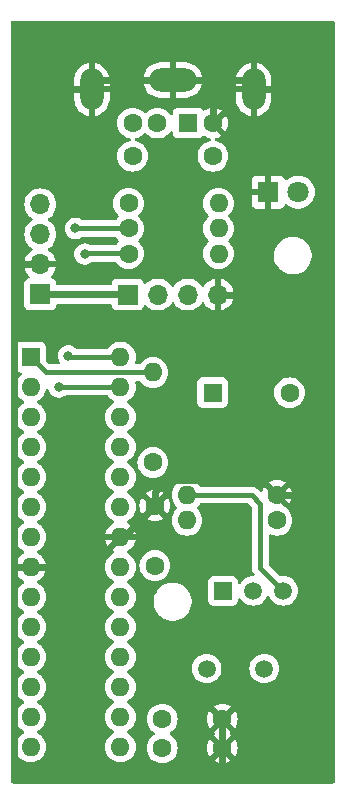
<source format=gbr>
%TF.GenerationSoftware,KiCad,Pcbnew,8.0.5*%
%TF.CreationDate,2024-11-15T12:40:48+00:00*%
%TF.ProjectId,TIMPS2KeyMini,54494d50-5332-44b6-9579-4d696e692e6b,rev?*%
%TF.SameCoordinates,Original*%
%TF.FileFunction,Copper,L2,Bot*%
%TF.FilePolarity,Positive*%
%FSLAX46Y46*%
G04 Gerber Fmt 4.6, Leading zero omitted, Abs format (unit mm)*
G04 Created by KiCad (PCBNEW 8.0.5) date 2024-11-15 12:40:48*
%MOMM*%
%LPD*%
G01*
G04 APERTURE LIST*
%TA.AperFunction,ComponentPad*%
%ADD10R,1.600000X1.600000*%
%TD*%
%TA.AperFunction,ComponentPad*%
%ADD11C,1.600000*%
%TD*%
%TA.AperFunction,ComponentPad*%
%ADD12R,1.700000X1.700000*%
%TD*%
%TA.AperFunction,ComponentPad*%
%ADD13O,1.700000X1.700000*%
%TD*%
%TA.AperFunction,ComponentPad*%
%ADD14R,1.500000X1.500000*%
%TD*%
%TA.AperFunction,ComponentPad*%
%ADD15C,1.500000*%
%TD*%
%TA.AperFunction,ComponentPad*%
%ADD16R,1.800000X1.800000*%
%TD*%
%TA.AperFunction,ComponentPad*%
%ADD17C,1.800000*%
%TD*%
%TA.AperFunction,ComponentPad*%
%ADD18O,1.600000X1.600000*%
%TD*%
%TA.AperFunction,ComponentPad*%
%ADD19O,2.000000X3.500000*%
%TD*%
%TA.AperFunction,ComponentPad*%
%ADD20O,4.000000X2.000000*%
%TD*%
%TA.AperFunction,ViaPad*%
%ADD21C,0.800000*%
%TD*%
%TA.AperFunction,Conductor*%
%ADD22C,0.600000*%
%TD*%
%TA.AperFunction,Conductor*%
%ADD23C,0.400000*%
%TD*%
G04 APERTURE END LIST*
D10*
%TO.P,BZ1,1,+*%
%TO.N,+5V*%
X129040000Y-70680000D03*
D11*
%TO.P,BZ1,2,-*%
%TO.N,Net-(BZ1--)*%
X135540000Y-70680000D03*
%TD*%
%TO.P,C2,1*%
%TO.N,Net-(U4-AREF)*%
X124140000Y-85310000D03*
%TO.P,C2,2*%
%TO.N,GND*%
X124140000Y-80230000D03*
%TD*%
D12*
%TO.P,J5,1,Pin_1*%
%TO.N,+5V*%
X121845000Y-62365000D03*
D13*
%TO.P,J5,2,Pin_2*%
%TO.N,N_RX*%
X124385000Y-62365000D03*
%TO.P,J5,3,Pin_3*%
%TO.N,N_TX*%
X126925000Y-62365000D03*
%TO.P,J5,4,Pin_4*%
%TO.N,GND*%
X129465000Y-62365000D03*
%TD*%
D14*
%TO.P,Q1,1,C*%
%TO.N,Net-(BZ1--)*%
X129920000Y-87450000D03*
D15*
%TO.P,Q1,2,B*%
%TO.N,Net-(Q1-B)*%
X132460000Y-87450000D03*
%TO.P,Q1,3,E*%
%TO.N,Net-(Q1-E)*%
X135000000Y-87450000D03*
%TD*%
%TO.P,Y1,1,1*%
%TO.N,Net-(U4-PB6)*%
X128520000Y-94030000D03*
%TO.P,Y1,2,2*%
%TO.N,Net-(U4-PB7)*%
X133400000Y-94030000D03*
%TD*%
D16*
%TO.P,D1,1,K*%
%TO.N,GND*%
X133745000Y-53690000D03*
D17*
%TO.P,D1,2,A*%
%TO.N,Net-(D1-A)*%
X136285000Y-53690000D03*
%TD*%
D11*
%TO.P,R1,1*%
%TO.N,+5V*%
X121910000Y-54640000D03*
D18*
%TO.P,R1,2*%
%TO.N,Net-(D1-A)*%
X129530000Y-54640000D03*
%TD*%
D11*
%TO.P,C9,1*%
%TO.N,Net-(U4-PB6)*%
X124770000Y-98310000D03*
%TO.P,C9,2*%
%TO.N,GND*%
X129850000Y-98310000D03*
%TD*%
%TO.P,R2,1*%
%TO.N,GND*%
X134480000Y-79340000D03*
D18*
%TO.P,R2,2*%
%TO.N,Net-(Q1-E)*%
X126860000Y-79340000D03*
%TD*%
D10*
%TO.P,U4,1,PC6*%
%TO.N,ADRESET*%
X113620000Y-67650000D03*
D18*
%TO.P,U4,2,PD0*%
%TO.N,/AD0*%
X113620000Y-70190000D03*
%TO.P,U4,3,PD1*%
%TO.N,/AD1*%
X113620000Y-72730000D03*
%TO.P,U4,4,PD2*%
%TO.N,/AD2*%
X113620000Y-75270000D03*
%TO.P,U4,5,PD3*%
%TO.N,PS2-CLK*%
X113620000Y-77810000D03*
%TO.P,U4,6,PD4*%
%TO.N,/AD4*%
X113620000Y-80350000D03*
%TO.P,U4,7,VCC*%
%TO.N,+5V*%
X113620000Y-82890000D03*
%TO.P,U4,8,GND*%
%TO.N,GND*%
X113620000Y-85430000D03*
%TO.P,U4,9,PB6*%
%TO.N,Net-(U4-PB6)*%
X113620000Y-87970000D03*
%TO.P,U4,10,PB7*%
%TO.N,Net-(U4-PB7)*%
X113620000Y-90510000D03*
%TO.P,U4,11,PD5*%
%TO.N,/AD5*%
X113620000Y-93050000D03*
%TO.P,U4,12,PD6*%
%TO.N,/AD6*%
X113620000Y-95590000D03*
%TO.P,U4,13,PD7*%
%TO.N,/AD7*%
X113620000Y-98130000D03*
%TO.P,U4,14,PB0*%
%TO.N,/AD8*%
X113620000Y-100670000D03*
%TO.P,U4,15,PB1*%
%TO.N,/AD9*%
X121230000Y-100670000D03*
%TO.P,U4,16,PB2*%
%TO.N,/AD10*%
X121230000Y-98130000D03*
%TO.P,U4,17,PB3*%
%TO.N,/AD11*%
X121230000Y-95590000D03*
%TO.P,U4,18,PB4*%
%TO.N,PS2-DATA*%
X121230000Y-93050000D03*
%TO.P,U4,19,PB5*%
%TO.N,/AD13*%
X121230000Y-90510000D03*
%TO.P,U4,20,AVCC*%
%TO.N,+5V*%
X121230000Y-87970000D03*
%TO.P,U4,21,AREF*%
%TO.N,Net-(U4-AREF)*%
X121230000Y-85430000D03*
%TO.P,U4,22,GND*%
%TO.N,GND*%
X121230000Y-82890000D03*
%TO.P,U4,23,PC0*%
%TO.N,SOUND*%
X121230000Y-80350000D03*
%TO.P,U4,24,PC1*%
%TO.N,/AA1*%
X121230000Y-77810000D03*
%TO.P,U4,25,PC2*%
%TO.N,/AA2*%
X121230000Y-75270000D03*
%TO.P,U4,26,PC3*%
%TO.N,/AA3*%
X121230000Y-72730000D03*
%TO.P,U4,27,PC4*%
%TO.N,N_SDA*%
X121230000Y-70190000D03*
%TO.P,U4,28,PC5*%
%TO.N,N_SCL*%
X121230000Y-67650000D03*
%TD*%
D11*
%TO.P,R8,1*%
%TO.N,/AD1*%
X121910000Y-58900000D03*
D18*
%TO.P,R8,2*%
%TO.N,N_TX*%
X129530000Y-58900000D03*
%TD*%
D12*
%TO.P,J4,1,Pin_1*%
%TO.N,+5V*%
X114440000Y-62350000D03*
D13*
%TO.P,J4,2,Pin_2*%
%TO.N,GND*%
X114440000Y-59810000D03*
%TO.P,J4,3,Pin_3*%
%TO.N,N_SDA*%
X114440000Y-57270000D03*
%TO.P,J4,4,Pin_4*%
%TO.N,N_SCL*%
X114440000Y-54730000D03*
%TD*%
D11*
%TO.P,C10,1*%
%TO.N,Net-(U4-PB7)*%
X124770000Y-100750000D03*
%TO.P,C10,2*%
%TO.N,GND*%
X129850000Y-100750000D03*
%TD*%
%TO.P,R7,1*%
%TO.N,/AD0*%
X121910000Y-56770000D03*
D18*
%TO.P,R7,2*%
%TO.N,N_RX*%
X129530000Y-56770000D03*
%TD*%
D11*
%TO.P,R6,1*%
%TO.N,+5V*%
X123970000Y-76580000D03*
D18*
%TO.P,R6,2*%
%TO.N,ADRESET*%
X123970000Y-68960000D03*
%TD*%
D11*
%TO.P,R3,1*%
%TO.N,Net-(Q1-B)*%
X134480000Y-81480000D03*
D18*
%TO.P,R3,2*%
%TO.N,SOUND*%
X126860000Y-81480000D03*
%TD*%
D10*
%TO.P,J2,1*%
%TO.N,PS2-DATA*%
X126960000Y-47850000D03*
D11*
%TO.P,J2,2*%
%TO.N,unconnected-(J2-Pad2)*%
X124360000Y-47850000D03*
%TO.P,J2,3*%
%TO.N,GND*%
X129060000Y-47850000D03*
%TO.P,J2,4*%
%TO.N,+5V*%
X122260000Y-47850000D03*
%TO.P,J2,5*%
%TO.N,PS2-CLK*%
X129060000Y-50650000D03*
%TO.P,J2,6*%
%TO.N,unconnected-(J2-Pad6)*%
X122260000Y-50650000D03*
D19*
%TO.P,J2,7*%
%TO.N,GND*%
X118810000Y-45000000D03*
D20*
X125660000Y-44200000D03*
D19*
X132510000Y-45000000D03*
%TD*%
D21*
%TO.N,N_SCL*%
X116810000Y-67550000D03*
%TO.N,/AD0*%
X117410000Y-56770000D03*
%TO.N,/AD1*%
X118210000Y-58940000D03*
%TO.N,N_SDA*%
X116010000Y-70190000D03*
%TD*%
D22*
%TO.N,GND*%
X136890000Y-45000000D02*
X132510000Y-45000000D01*
X139075000Y-47185000D02*
X136890000Y-45000000D01*
X139075000Y-51720000D02*
X139075000Y-47185000D01*
X129060000Y-44210000D02*
X129050000Y-44200000D01*
X129060000Y-47850000D02*
X129060000Y-44210000D01*
X129050000Y-44200000D02*
X131710000Y-44200000D01*
X125660000Y-44200000D02*
X129050000Y-44200000D01*
X131710000Y-44200000D02*
X132510000Y-45000000D01*
X119610000Y-44200000D02*
X118810000Y-45000000D01*
X125660000Y-44200000D02*
X119610000Y-44200000D01*
X114585000Y-45000000D02*
X118810000Y-45000000D01*
X112225000Y-47360000D02*
X114585000Y-45000000D01*
X112225000Y-59780000D02*
X112225000Y-47360000D01*
%TO.N,+5V*%
X114440000Y-62350000D02*
X121830000Y-62350000D01*
X121830000Y-62350000D02*
X121845000Y-62365000D01*
%TO.N,GND*%
X114440000Y-59810000D02*
X112255000Y-59810000D01*
X129850000Y-98310000D02*
X129850000Y-100750000D01*
X129740000Y-103460000D02*
X139075000Y-103460000D01*
X129850000Y-103350000D02*
X129740000Y-103460000D01*
X124140000Y-80230000D02*
X124140000Y-79098630D01*
D23*
X134080000Y-51690000D02*
X133745000Y-52025000D01*
D22*
X139075000Y-79110000D02*
X139075000Y-62280000D01*
X134480000Y-79340000D02*
X138845000Y-79340000D01*
X138845000Y-79340000D02*
X139075000Y-79110000D01*
X129850000Y-100750000D02*
X129850000Y-103350000D01*
X129465000Y-62365000D02*
X138990000Y-62365000D01*
D23*
X134080000Y-51690000D02*
X139045000Y-51690000D01*
D22*
X139075000Y-103460000D02*
X139075000Y-79110000D01*
X113620000Y-85430000D02*
X112295000Y-85430000D01*
X121480000Y-82890000D02*
X124140000Y-80230000D01*
X124140000Y-79098630D02*
X125198630Y-78040000D01*
D23*
X133745000Y-52025000D02*
X133745000Y-53690000D01*
D22*
X133180000Y-78040000D02*
X134480000Y-79340000D01*
X112225000Y-85500000D02*
X112225000Y-103460000D01*
X125198630Y-78040000D02*
X133180000Y-78040000D01*
D23*
X139045000Y-51690000D02*
X139075000Y-51720000D01*
D22*
X118690000Y-85430000D02*
X121230000Y-82890000D01*
X121230000Y-82890000D02*
X121480000Y-82890000D01*
X112225000Y-103460000D02*
X129740000Y-103460000D01*
X112225000Y-59780000D02*
X112225000Y-90570000D01*
X112255000Y-59810000D02*
X112225000Y-59780000D01*
X138990000Y-62365000D02*
X139075000Y-62280000D01*
X112295000Y-85430000D02*
X112225000Y-85500000D01*
X113620000Y-85430000D02*
X118690000Y-85430000D01*
X139075000Y-62280000D02*
X139075000Y-51720000D01*
D23*
%TO.N,N_SCL*%
X116910000Y-67650000D02*
X121230000Y-67650000D01*
X116810000Y-67550000D02*
X116910000Y-67650000D01*
%TO.N,ADRESET*%
X113620000Y-67650000D02*
X114930000Y-68960000D01*
X114930000Y-68960000D02*
X123970000Y-68960000D01*
%TO.N,/AD0*%
X117410000Y-56770000D02*
X121910000Y-56770000D01*
%TO.N,/AD1*%
X121900000Y-58890000D02*
X121910000Y-58900000D01*
X118210000Y-58940000D02*
X118260000Y-58890000D01*
X118260000Y-58890000D02*
X121900000Y-58890000D01*
%TO.N,N_SDA*%
X116010000Y-70190000D02*
X121230000Y-70190000D01*
%TO.N,Net-(Q1-E)*%
X132330000Y-79340000D02*
X126860000Y-79340000D01*
X133080000Y-85530000D02*
X133080000Y-80090000D01*
X133080000Y-80090000D02*
X132330000Y-79340000D01*
X135000000Y-87450000D02*
X133080000Y-85530000D01*
%TD*%
%TA.AperFunction,Conductor*%
%TO.N,GND*%
G36*
X139318039Y-39229685D02*
G01*
X139363794Y-39282489D01*
X139375000Y-39334000D01*
X139375000Y-103636000D01*
X139355315Y-103703039D01*
X139302511Y-103748794D01*
X139251000Y-103760000D01*
X112049000Y-103760000D01*
X111981961Y-103740315D01*
X111936206Y-103687511D01*
X111925000Y-103636000D01*
X111925000Y-70189998D01*
X112314532Y-70189998D01*
X112314532Y-70190001D01*
X112334364Y-70416686D01*
X112334366Y-70416697D01*
X112393258Y-70636488D01*
X112393261Y-70636497D01*
X112489431Y-70842732D01*
X112489432Y-70842734D01*
X112619954Y-71029141D01*
X112780858Y-71190045D01*
X112780861Y-71190047D01*
X112967266Y-71320568D01*
X113025275Y-71347618D01*
X113077714Y-71393791D01*
X113096866Y-71460984D01*
X113076650Y-71527865D01*
X113025275Y-71572382D01*
X112967267Y-71599431D01*
X112967265Y-71599432D01*
X112780858Y-71729954D01*
X112619954Y-71890858D01*
X112489432Y-72077265D01*
X112489431Y-72077267D01*
X112393261Y-72283502D01*
X112393258Y-72283511D01*
X112334366Y-72503302D01*
X112334364Y-72503313D01*
X112314532Y-72729998D01*
X112314532Y-72730001D01*
X112334364Y-72956686D01*
X112334366Y-72956697D01*
X112393258Y-73176488D01*
X112393261Y-73176497D01*
X112489431Y-73382732D01*
X112489432Y-73382734D01*
X112619954Y-73569141D01*
X112780858Y-73730045D01*
X112780861Y-73730047D01*
X112967266Y-73860568D01*
X113025275Y-73887618D01*
X113077714Y-73933791D01*
X113096866Y-74000984D01*
X113076650Y-74067865D01*
X113025275Y-74112382D01*
X112967267Y-74139431D01*
X112967265Y-74139432D01*
X112780858Y-74269954D01*
X112619954Y-74430858D01*
X112489432Y-74617265D01*
X112489431Y-74617267D01*
X112393261Y-74823502D01*
X112393258Y-74823511D01*
X112334366Y-75043302D01*
X112334364Y-75043313D01*
X112314532Y-75269998D01*
X112314532Y-75270001D01*
X112334364Y-75496686D01*
X112334366Y-75496697D01*
X112393258Y-75716488D01*
X112393261Y-75716497D01*
X112489431Y-75922732D01*
X112489432Y-75922734D01*
X112619954Y-76109141D01*
X112780858Y-76270045D01*
X112780861Y-76270047D01*
X112967266Y-76400568D01*
X113025275Y-76427618D01*
X113077714Y-76473791D01*
X113096866Y-76540984D01*
X113076650Y-76607865D01*
X113025275Y-76652382D01*
X112967267Y-76679431D01*
X112967265Y-76679432D01*
X112780858Y-76809954D01*
X112619954Y-76970858D01*
X112489432Y-77157265D01*
X112489431Y-77157267D01*
X112393261Y-77363502D01*
X112393258Y-77363511D01*
X112334366Y-77583302D01*
X112334364Y-77583313D01*
X112314532Y-77809998D01*
X112314532Y-77810001D01*
X112334364Y-78036686D01*
X112334366Y-78036697D01*
X112393258Y-78256488D01*
X112393261Y-78256497D01*
X112489431Y-78462732D01*
X112489432Y-78462734D01*
X112619954Y-78649141D01*
X112780858Y-78810045D01*
X112780861Y-78810047D01*
X112967266Y-78940568D01*
X113024505Y-78967259D01*
X113025275Y-78967618D01*
X113077714Y-79013791D01*
X113096866Y-79080984D01*
X113076650Y-79147865D01*
X113025275Y-79192382D01*
X112967267Y-79219431D01*
X112967265Y-79219432D01*
X112780858Y-79349954D01*
X112619954Y-79510858D01*
X112489432Y-79697265D01*
X112489431Y-79697267D01*
X112393261Y-79903502D01*
X112393258Y-79903511D01*
X112334366Y-80123302D01*
X112334364Y-80123313D01*
X112314532Y-80349998D01*
X112314532Y-80350001D01*
X112334364Y-80576686D01*
X112334366Y-80576697D01*
X112393258Y-80796488D01*
X112393261Y-80796497D01*
X112489431Y-81002732D01*
X112489432Y-81002734D01*
X112619954Y-81189141D01*
X112780858Y-81350045D01*
X112780861Y-81350047D01*
X112967266Y-81480568D01*
X113025275Y-81507618D01*
X113077714Y-81553791D01*
X113096866Y-81620984D01*
X113076650Y-81687865D01*
X113025275Y-81732382D01*
X112967267Y-81759431D01*
X112967265Y-81759432D01*
X112780858Y-81889954D01*
X112619954Y-82050858D01*
X112489432Y-82237265D01*
X112489431Y-82237267D01*
X112393261Y-82443502D01*
X112393258Y-82443511D01*
X112334366Y-82663302D01*
X112334364Y-82663313D01*
X112314532Y-82889998D01*
X112314532Y-82890001D01*
X112334364Y-83116686D01*
X112334366Y-83116697D01*
X112393258Y-83336488D01*
X112393261Y-83336497D01*
X112489431Y-83542732D01*
X112489432Y-83542734D01*
X112619954Y-83729141D01*
X112780858Y-83890045D01*
X112780861Y-83890047D01*
X112967266Y-84020568D01*
X113025865Y-84047893D01*
X113078305Y-84094065D01*
X113097457Y-84161258D01*
X113077242Y-84228139D01*
X113025867Y-84272657D01*
X112967515Y-84299867D01*
X112781179Y-84430342D01*
X112620342Y-84591179D01*
X112489865Y-84777517D01*
X112393734Y-84983673D01*
X112393730Y-84983682D01*
X112341127Y-85179999D01*
X112341128Y-85180000D01*
X113304314Y-85180000D01*
X113299920Y-85184394D01*
X113247259Y-85275606D01*
X113220000Y-85377339D01*
X113220000Y-85482661D01*
X113247259Y-85584394D01*
X113299920Y-85675606D01*
X113304314Y-85680000D01*
X112341128Y-85680000D01*
X112393730Y-85876317D01*
X112393734Y-85876326D01*
X112489865Y-86082482D01*
X112620342Y-86268820D01*
X112781179Y-86429657D01*
X112967518Y-86560134D01*
X112967520Y-86560135D01*
X113025865Y-86587342D01*
X113078305Y-86633514D01*
X113097457Y-86700707D01*
X113077242Y-86767589D01*
X113025867Y-86812105D01*
X112967268Y-86839431D01*
X112967264Y-86839433D01*
X112780858Y-86969954D01*
X112619954Y-87130858D01*
X112489432Y-87317265D01*
X112489431Y-87317267D01*
X112393261Y-87523502D01*
X112393258Y-87523511D01*
X112334366Y-87743302D01*
X112334364Y-87743313D01*
X112314532Y-87969998D01*
X112314532Y-87970001D01*
X112334364Y-88196686D01*
X112334366Y-88196697D01*
X112393258Y-88416488D01*
X112393261Y-88416497D01*
X112489431Y-88622732D01*
X112489432Y-88622734D01*
X112619954Y-88809141D01*
X112780858Y-88970045D01*
X112794194Y-88979383D01*
X112967266Y-89100568D01*
X113025275Y-89127618D01*
X113077714Y-89173791D01*
X113096866Y-89240984D01*
X113076650Y-89307865D01*
X113025275Y-89352382D01*
X112967267Y-89379431D01*
X112967265Y-89379432D01*
X112780858Y-89509954D01*
X112619954Y-89670858D01*
X112489432Y-89857265D01*
X112489431Y-89857267D01*
X112393261Y-90063502D01*
X112393258Y-90063511D01*
X112334366Y-90283302D01*
X112334364Y-90283313D01*
X112314532Y-90509998D01*
X112314532Y-90510001D01*
X112334364Y-90736686D01*
X112334366Y-90736697D01*
X112393258Y-90956488D01*
X112393261Y-90956497D01*
X112489431Y-91162732D01*
X112489432Y-91162734D01*
X112619954Y-91349141D01*
X112780858Y-91510045D01*
X112780861Y-91510047D01*
X112967266Y-91640568D01*
X113025275Y-91667618D01*
X113077714Y-91713791D01*
X113096866Y-91780984D01*
X113076650Y-91847865D01*
X113025275Y-91892382D01*
X112967267Y-91919431D01*
X112967265Y-91919432D01*
X112780858Y-92049954D01*
X112619954Y-92210858D01*
X112489432Y-92397265D01*
X112489431Y-92397267D01*
X112393261Y-92603502D01*
X112393258Y-92603511D01*
X112334366Y-92823302D01*
X112334364Y-92823313D01*
X112314532Y-93049998D01*
X112314532Y-93050001D01*
X112334364Y-93276686D01*
X112334366Y-93276697D01*
X112393258Y-93496488D01*
X112393261Y-93496497D01*
X112489431Y-93702732D01*
X112489432Y-93702734D01*
X112619954Y-93889141D01*
X112780858Y-94050045D01*
X112780861Y-94050047D01*
X112967266Y-94180568D01*
X113025275Y-94207618D01*
X113077714Y-94253791D01*
X113096866Y-94320984D01*
X113076650Y-94387865D01*
X113025275Y-94432382D01*
X112967267Y-94459431D01*
X112967265Y-94459432D01*
X112780858Y-94589954D01*
X112619954Y-94750858D01*
X112489432Y-94937265D01*
X112489431Y-94937267D01*
X112393261Y-95143502D01*
X112393258Y-95143511D01*
X112334366Y-95363302D01*
X112334364Y-95363313D01*
X112314532Y-95589998D01*
X112314532Y-95590001D01*
X112334364Y-95816686D01*
X112334366Y-95816697D01*
X112393258Y-96036488D01*
X112393261Y-96036497D01*
X112489431Y-96242732D01*
X112489432Y-96242734D01*
X112619954Y-96429141D01*
X112780858Y-96590045D01*
X112780861Y-96590047D01*
X112967266Y-96720568D01*
X113025275Y-96747618D01*
X113077714Y-96793791D01*
X113096866Y-96860984D01*
X113076650Y-96927865D01*
X113025275Y-96972382D01*
X112967267Y-96999431D01*
X112967265Y-96999432D01*
X112780858Y-97129954D01*
X112619954Y-97290858D01*
X112489432Y-97477265D01*
X112489431Y-97477267D01*
X112393261Y-97683502D01*
X112393258Y-97683511D01*
X112334366Y-97903302D01*
X112334364Y-97903313D01*
X112314532Y-98129998D01*
X112314532Y-98130001D01*
X112334364Y-98356686D01*
X112334366Y-98356697D01*
X112393258Y-98576488D01*
X112393261Y-98576497D01*
X112489431Y-98782732D01*
X112489432Y-98782734D01*
X112619954Y-98969141D01*
X112780858Y-99130045D01*
X112780861Y-99130047D01*
X112967266Y-99260568D01*
X113025275Y-99287618D01*
X113077714Y-99333791D01*
X113096866Y-99400984D01*
X113076650Y-99467865D01*
X113025275Y-99512382D01*
X112967267Y-99539431D01*
X112967265Y-99539432D01*
X112780858Y-99669954D01*
X112619954Y-99830858D01*
X112489432Y-100017265D01*
X112489431Y-100017267D01*
X112393261Y-100223502D01*
X112393258Y-100223511D01*
X112334366Y-100443302D01*
X112334364Y-100443313D01*
X112314532Y-100669998D01*
X112314532Y-100670001D01*
X112334364Y-100896686D01*
X112334366Y-100896697D01*
X112393258Y-101116488D01*
X112393261Y-101116497D01*
X112489431Y-101322732D01*
X112489432Y-101322734D01*
X112619954Y-101509141D01*
X112780858Y-101670045D01*
X112780861Y-101670047D01*
X112967266Y-101800568D01*
X113173504Y-101896739D01*
X113393308Y-101955635D01*
X113555230Y-101969801D01*
X113619998Y-101975468D01*
X113620000Y-101975468D01*
X113620002Y-101975468D01*
X113676673Y-101970509D01*
X113846692Y-101955635D01*
X114066496Y-101896739D01*
X114272734Y-101800568D01*
X114459139Y-101670047D01*
X114620047Y-101509139D01*
X114750568Y-101322734D01*
X114846739Y-101116496D01*
X114905635Y-100896692D01*
X114925468Y-100670000D01*
X114905635Y-100443308D01*
X114846739Y-100223504D01*
X114750568Y-100017266D01*
X114620047Y-99830861D01*
X114620045Y-99830858D01*
X114459141Y-99669954D01*
X114272734Y-99539432D01*
X114272728Y-99539429D01*
X114214725Y-99512382D01*
X114162285Y-99466210D01*
X114143133Y-99399017D01*
X114163348Y-99332135D01*
X114214725Y-99287618D01*
X114272734Y-99260568D01*
X114459139Y-99130047D01*
X114620047Y-98969139D01*
X114750568Y-98782734D01*
X114846739Y-98576496D01*
X114905635Y-98356692D01*
X114925468Y-98130000D01*
X114905635Y-97903308D01*
X114846739Y-97683504D01*
X114750568Y-97477266D01*
X114620047Y-97290861D01*
X114620045Y-97290858D01*
X114459141Y-97129954D01*
X114272734Y-96999432D01*
X114272728Y-96999429D01*
X114214725Y-96972382D01*
X114162285Y-96926210D01*
X114143133Y-96859017D01*
X114163348Y-96792135D01*
X114214725Y-96747618D01*
X114272734Y-96720568D01*
X114459139Y-96590047D01*
X114620047Y-96429139D01*
X114750568Y-96242734D01*
X114846739Y-96036496D01*
X114905635Y-95816692D01*
X114925468Y-95590000D01*
X114905635Y-95363308D01*
X114846739Y-95143504D01*
X114750568Y-94937266D01*
X114620047Y-94750861D01*
X114620045Y-94750858D01*
X114459141Y-94589954D01*
X114272734Y-94459432D01*
X114272728Y-94459429D01*
X114214725Y-94432382D01*
X114162285Y-94386210D01*
X114143133Y-94319017D01*
X114163348Y-94252135D01*
X114214725Y-94207618D01*
X114272734Y-94180568D01*
X114459139Y-94050047D01*
X114620047Y-93889139D01*
X114750568Y-93702734D01*
X114846739Y-93496496D01*
X114905635Y-93276692D01*
X114925468Y-93050000D01*
X114905635Y-92823308D01*
X114846739Y-92603504D01*
X114750568Y-92397266D01*
X114620047Y-92210861D01*
X114620045Y-92210858D01*
X114459141Y-92049954D01*
X114272734Y-91919432D01*
X114272728Y-91919429D01*
X114214725Y-91892382D01*
X114162285Y-91846210D01*
X114143133Y-91779017D01*
X114163348Y-91712135D01*
X114214725Y-91667618D01*
X114272734Y-91640568D01*
X114459139Y-91510047D01*
X114620047Y-91349139D01*
X114750568Y-91162734D01*
X114846739Y-90956496D01*
X114905635Y-90736692D01*
X114925468Y-90510000D01*
X114905635Y-90283308D01*
X114846739Y-90063504D01*
X114750568Y-89857266D01*
X114620047Y-89670861D01*
X114620045Y-89670858D01*
X114459141Y-89509954D01*
X114272734Y-89379432D01*
X114272728Y-89379429D01*
X114214725Y-89352382D01*
X114162285Y-89306210D01*
X114143133Y-89239017D01*
X114163348Y-89172135D01*
X114214725Y-89127618D01*
X114272734Y-89100568D01*
X114459139Y-88970047D01*
X114620047Y-88809139D01*
X114750568Y-88622734D01*
X114846739Y-88416496D01*
X114905635Y-88196692D01*
X114925468Y-87970000D01*
X114905635Y-87743308D01*
X114846739Y-87523504D01*
X114750568Y-87317266D01*
X114629392Y-87144207D01*
X114620045Y-87130858D01*
X114459141Y-86969954D01*
X114272734Y-86839432D01*
X114272732Y-86839431D01*
X114258698Y-86832887D01*
X114214132Y-86812105D01*
X114161694Y-86765934D01*
X114142542Y-86698740D01*
X114162758Y-86631859D01*
X114214134Y-86587341D01*
X114272484Y-86560132D01*
X114458820Y-86429657D01*
X114619657Y-86268820D01*
X114750134Y-86082482D01*
X114846265Y-85876326D01*
X114846269Y-85876317D01*
X114898872Y-85680000D01*
X113935686Y-85680000D01*
X113940080Y-85675606D01*
X113992741Y-85584394D01*
X114020000Y-85482661D01*
X114020000Y-85377339D01*
X113992741Y-85275606D01*
X113940080Y-85184394D01*
X113935686Y-85180000D01*
X114898872Y-85180000D01*
X114898872Y-85179999D01*
X114846269Y-84983682D01*
X114846265Y-84983673D01*
X114750134Y-84777517D01*
X114619657Y-84591179D01*
X114458820Y-84430342D01*
X114272482Y-84299865D01*
X114214133Y-84272657D01*
X114161694Y-84226484D01*
X114142542Y-84159291D01*
X114162758Y-84092410D01*
X114214129Y-84047895D01*
X114272734Y-84020568D01*
X114459139Y-83890047D01*
X114620047Y-83729139D01*
X114750568Y-83542734D01*
X114846739Y-83336496D01*
X114905635Y-83116692D01*
X114925468Y-82890000D01*
X114905635Y-82663308D01*
X114846739Y-82443504D01*
X114750568Y-82237266D01*
X114620047Y-82050861D01*
X114620045Y-82050858D01*
X114459141Y-81889954D01*
X114272734Y-81759432D01*
X114272728Y-81759429D01*
X114214725Y-81732382D01*
X114162285Y-81686210D01*
X114143133Y-81619017D01*
X114163348Y-81552135D01*
X114214725Y-81507618D01*
X114272734Y-81480568D01*
X114459139Y-81350047D01*
X114620047Y-81189139D01*
X114750568Y-81002734D01*
X114846739Y-80796496D01*
X114905635Y-80576692D01*
X114925468Y-80350000D01*
X114905635Y-80123308D01*
X114846739Y-79903504D01*
X114750568Y-79697266D01*
X114620047Y-79510861D01*
X114620045Y-79510858D01*
X114459141Y-79349954D01*
X114272734Y-79219432D01*
X114272728Y-79219429D01*
X114214725Y-79192382D01*
X114162285Y-79146210D01*
X114143133Y-79079017D01*
X114163348Y-79012135D01*
X114214725Y-78967618D01*
X114215495Y-78967259D01*
X114272734Y-78940568D01*
X114459139Y-78810047D01*
X114620047Y-78649139D01*
X114750568Y-78462734D01*
X114846739Y-78256496D01*
X114905635Y-78036692D01*
X114925468Y-77810000D01*
X114905635Y-77583308D01*
X114846739Y-77363504D01*
X114750568Y-77157266D01*
X114620047Y-76970861D01*
X114620045Y-76970858D01*
X114459141Y-76809954D01*
X114272734Y-76679432D01*
X114272728Y-76679429D01*
X114214725Y-76652382D01*
X114162285Y-76606210D01*
X114143133Y-76539017D01*
X114163348Y-76472135D01*
X114214725Y-76427618D01*
X114272734Y-76400568D01*
X114459139Y-76270047D01*
X114620047Y-76109139D01*
X114750568Y-75922734D01*
X114846739Y-75716496D01*
X114905635Y-75496692D01*
X114925468Y-75270000D01*
X114905635Y-75043308D01*
X114846739Y-74823504D01*
X114750568Y-74617266D01*
X114620047Y-74430861D01*
X114620045Y-74430858D01*
X114459141Y-74269954D01*
X114272734Y-74139432D01*
X114272728Y-74139429D01*
X114214725Y-74112382D01*
X114162285Y-74066210D01*
X114143133Y-73999017D01*
X114163348Y-73932135D01*
X114214725Y-73887618D01*
X114272734Y-73860568D01*
X114459139Y-73730047D01*
X114620047Y-73569139D01*
X114750568Y-73382734D01*
X114846739Y-73176496D01*
X114905635Y-72956692D01*
X114925468Y-72730000D01*
X114905635Y-72503308D01*
X114846739Y-72283504D01*
X114750568Y-72077266D01*
X114620047Y-71890861D01*
X114620045Y-71890858D01*
X114459141Y-71729954D01*
X114272734Y-71599432D01*
X114272728Y-71599429D01*
X114214725Y-71572382D01*
X114162285Y-71526210D01*
X114143133Y-71459017D01*
X114163348Y-71392135D01*
X114214725Y-71347618D01*
X114272734Y-71320568D01*
X114459139Y-71190047D01*
X114620047Y-71029139D01*
X114750568Y-70842734D01*
X114846739Y-70636496D01*
X114901771Y-70431109D01*
X114938136Y-70371450D01*
X115000982Y-70340921D01*
X115070358Y-70349215D01*
X115124236Y-70393701D01*
X115139477Y-70424886D01*
X115182818Y-70558277D01*
X115182821Y-70558284D01*
X115277467Y-70722216D01*
X115385982Y-70842734D01*
X115404129Y-70862888D01*
X115557265Y-70974148D01*
X115557270Y-70974151D01*
X115730192Y-71051142D01*
X115730197Y-71051144D01*
X115915354Y-71090500D01*
X115915355Y-71090500D01*
X116104644Y-71090500D01*
X116104646Y-71090500D01*
X116289803Y-71051144D01*
X116462730Y-70974151D01*
X116505087Y-70943377D01*
X116545271Y-70914182D01*
X116611077Y-70890702D01*
X116618156Y-70890500D01*
X120068327Y-70890500D01*
X120135366Y-70910185D01*
X120169902Y-70943377D01*
X120229954Y-71029141D01*
X120390858Y-71190045D01*
X120390861Y-71190047D01*
X120577266Y-71320568D01*
X120635275Y-71347618D01*
X120687714Y-71393791D01*
X120706866Y-71460984D01*
X120686650Y-71527865D01*
X120635275Y-71572382D01*
X120577267Y-71599431D01*
X120577265Y-71599432D01*
X120390858Y-71729954D01*
X120229954Y-71890858D01*
X120099432Y-72077265D01*
X120099431Y-72077267D01*
X120003261Y-72283502D01*
X120003258Y-72283511D01*
X119944366Y-72503302D01*
X119944364Y-72503313D01*
X119924532Y-72729998D01*
X119924532Y-72730001D01*
X119944364Y-72956686D01*
X119944366Y-72956697D01*
X120003258Y-73176488D01*
X120003261Y-73176497D01*
X120099431Y-73382732D01*
X120099432Y-73382734D01*
X120229954Y-73569141D01*
X120390858Y-73730045D01*
X120390861Y-73730047D01*
X120577266Y-73860568D01*
X120635275Y-73887618D01*
X120687714Y-73933791D01*
X120706866Y-74000984D01*
X120686650Y-74067865D01*
X120635275Y-74112382D01*
X120577267Y-74139431D01*
X120577265Y-74139432D01*
X120390858Y-74269954D01*
X120229954Y-74430858D01*
X120099432Y-74617265D01*
X120099431Y-74617267D01*
X120003261Y-74823502D01*
X120003258Y-74823511D01*
X119944366Y-75043302D01*
X119944364Y-75043313D01*
X119924532Y-75269998D01*
X119924532Y-75270001D01*
X119944364Y-75496686D01*
X119944366Y-75496697D01*
X120003258Y-75716488D01*
X120003261Y-75716497D01*
X120099431Y-75922732D01*
X120099432Y-75922734D01*
X120229954Y-76109141D01*
X120390858Y-76270045D01*
X120390861Y-76270047D01*
X120577266Y-76400568D01*
X120635275Y-76427618D01*
X120687714Y-76473791D01*
X120706866Y-76540984D01*
X120686650Y-76607865D01*
X120635275Y-76652382D01*
X120577267Y-76679431D01*
X120577265Y-76679432D01*
X120390858Y-76809954D01*
X120229954Y-76970858D01*
X120099432Y-77157265D01*
X120099431Y-77157267D01*
X120003261Y-77363502D01*
X120003258Y-77363511D01*
X119944366Y-77583302D01*
X119944364Y-77583313D01*
X119924532Y-77809998D01*
X119924532Y-77810001D01*
X119944364Y-78036686D01*
X119944366Y-78036697D01*
X120003258Y-78256488D01*
X120003261Y-78256497D01*
X120099431Y-78462732D01*
X120099432Y-78462734D01*
X120229954Y-78649141D01*
X120390858Y-78810045D01*
X120390861Y-78810047D01*
X120577266Y-78940568D01*
X120634505Y-78967259D01*
X120635275Y-78967618D01*
X120687714Y-79013791D01*
X120706866Y-79080984D01*
X120686650Y-79147865D01*
X120635275Y-79192382D01*
X120577267Y-79219431D01*
X120577265Y-79219432D01*
X120390858Y-79349954D01*
X120229954Y-79510858D01*
X120099432Y-79697265D01*
X120099431Y-79697267D01*
X120003261Y-79903502D01*
X120003258Y-79903511D01*
X119944366Y-80123302D01*
X119944364Y-80123313D01*
X119924532Y-80349998D01*
X119924532Y-80350001D01*
X119944364Y-80576686D01*
X119944366Y-80576697D01*
X120003258Y-80796488D01*
X120003261Y-80796497D01*
X120099431Y-81002732D01*
X120099432Y-81002734D01*
X120229954Y-81189141D01*
X120390858Y-81350045D01*
X120390861Y-81350047D01*
X120577266Y-81480568D01*
X120635865Y-81507893D01*
X120688305Y-81554065D01*
X120707457Y-81621258D01*
X120687242Y-81688139D01*
X120635867Y-81732657D01*
X120577515Y-81759867D01*
X120391179Y-81890342D01*
X120230342Y-82051179D01*
X120099865Y-82237517D01*
X120003734Y-82443673D01*
X120003730Y-82443682D01*
X119951127Y-82639999D01*
X119951128Y-82640000D01*
X120914314Y-82640000D01*
X120909920Y-82644394D01*
X120857259Y-82735606D01*
X120830000Y-82837339D01*
X120830000Y-82942661D01*
X120857259Y-83044394D01*
X120909920Y-83135606D01*
X120914314Y-83140000D01*
X119951128Y-83140000D01*
X120003730Y-83336317D01*
X120003734Y-83336326D01*
X120099865Y-83542482D01*
X120230342Y-83728820D01*
X120391179Y-83889657D01*
X120577518Y-84020134D01*
X120577520Y-84020135D01*
X120635865Y-84047342D01*
X120688305Y-84093514D01*
X120707457Y-84160707D01*
X120687242Y-84227589D01*
X120635867Y-84272105D01*
X120634685Y-84272657D01*
X120577264Y-84299433D01*
X120390858Y-84429954D01*
X120229954Y-84590858D01*
X120099432Y-84777265D01*
X120099431Y-84777267D01*
X120003261Y-84983502D01*
X120003258Y-84983511D01*
X119944366Y-85203302D01*
X119944364Y-85203313D01*
X119924532Y-85429998D01*
X119924532Y-85430001D01*
X119944364Y-85656686D01*
X119944366Y-85656697D01*
X120003258Y-85876488D01*
X120003261Y-85876497D01*
X120099431Y-86082732D01*
X120099432Y-86082734D01*
X120229954Y-86269141D01*
X120390858Y-86430045D01*
X120437693Y-86462839D01*
X120577266Y-86560568D01*
X120634681Y-86587341D01*
X120635275Y-86587618D01*
X120687714Y-86633791D01*
X120706866Y-86700984D01*
X120686650Y-86767865D01*
X120635275Y-86812382D01*
X120577267Y-86839431D01*
X120577265Y-86839432D01*
X120390858Y-86969954D01*
X120229954Y-87130858D01*
X120099432Y-87317265D01*
X120099431Y-87317267D01*
X120003261Y-87523502D01*
X120003258Y-87523511D01*
X119944366Y-87743302D01*
X119944364Y-87743313D01*
X119924532Y-87969998D01*
X119924532Y-87970001D01*
X119944364Y-88196686D01*
X119944366Y-88196697D01*
X120003258Y-88416488D01*
X120003261Y-88416497D01*
X120099431Y-88622732D01*
X120099432Y-88622734D01*
X120229954Y-88809141D01*
X120390858Y-88970045D01*
X120404194Y-88979383D01*
X120577266Y-89100568D01*
X120635275Y-89127618D01*
X120687714Y-89173791D01*
X120706866Y-89240984D01*
X120686650Y-89307865D01*
X120635275Y-89352382D01*
X120577267Y-89379431D01*
X120577265Y-89379432D01*
X120390858Y-89509954D01*
X120229954Y-89670858D01*
X120099432Y-89857265D01*
X120099431Y-89857267D01*
X120003261Y-90063502D01*
X120003258Y-90063511D01*
X119944366Y-90283302D01*
X119944364Y-90283313D01*
X119924532Y-90509998D01*
X119924532Y-90510001D01*
X119944364Y-90736686D01*
X119944366Y-90736697D01*
X120003258Y-90956488D01*
X120003261Y-90956497D01*
X120099431Y-91162732D01*
X120099432Y-91162734D01*
X120229954Y-91349141D01*
X120390858Y-91510045D01*
X120390861Y-91510047D01*
X120577266Y-91640568D01*
X120635275Y-91667618D01*
X120687714Y-91713791D01*
X120706866Y-91780984D01*
X120686650Y-91847865D01*
X120635275Y-91892382D01*
X120577267Y-91919431D01*
X120577265Y-91919432D01*
X120390858Y-92049954D01*
X120229954Y-92210858D01*
X120099432Y-92397265D01*
X120099431Y-92397267D01*
X120003261Y-92603502D01*
X120003258Y-92603511D01*
X119944366Y-92823302D01*
X119944364Y-92823313D01*
X119924532Y-93049998D01*
X119924532Y-93050001D01*
X119944364Y-93276686D01*
X119944366Y-93276697D01*
X120003258Y-93496488D01*
X120003261Y-93496497D01*
X120099431Y-93702732D01*
X120099432Y-93702734D01*
X120229954Y-93889141D01*
X120390858Y-94050045D01*
X120390861Y-94050047D01*
X120577266Y-94180568D01*
X120635275Y-94207618D01*
X120687714Y-94253791D01*
X120706866Y-94320984D01*
X120686650Y-94387865D01*
X120635275Y-94432382D01*
X120577267Y-94459431D01*
X120577265Y-94459432D01*
X120390858Y-94589954D01*
X120229954Y-94750858D01*
X120099432Y-94937265D01*
X120099431Y-94937267D01*
X120003261Y-95143502D01*
X120003258Y-95143511D01*
X119944366Y-95363302D01*
X119944364Y-95363313D01*
X119924532Y-95589998D01*
X119924532Y-95590001D01*
X119944364Y-95816686D01*
X119944366Y-95816697D01*
X120003258Y-96036488D01*
X120003261Y-96036497D01*
X120099431Y-96242732D01*
X120099432Y-96242734D01*
X120229954Y-96429141D01*
X120390858Y-96590045D01*
X120390861Y-96590047D01*
X120577266Y-96720568D01*
X120635275Y-96747618D01*
X120687714Y-96793791D01*
X120706866Y-96860984D01*
X120686650Y-96927865D01*
X120635275Y-96972382D01*
X120577267Y-96999431D01*
X120577265Y-96999432D01*
X120390858Y-97129954D01*
X120229954Y-97290858D01*
X120099432Y-97477265D01*
X120099431Y-97477267D01*
X120003261Y-97683502D01*
X120003258Y-97683511D01*
X119944366Y-97903302D01*
X119944364Y-97903313D01*
X119924532Y-98129998D01*
X119924532Y-98130001D01*
X119944364Y-98356686D01*
X119944366Y-98356697D01*
X120003258Y-98576488D01*
X120003261Y-98576497D01*
X120099431Y-98782732D01*
X120099432Y-98782734D01*
X120229954Y-98969141D01*
X120390858Y-99130045D01*
X120390861Y-99130047D01*
X120577266Y-99260568D01*
X120635275Y-99287618D01*
X120687714Y-99333791D01*
X120706866Y-99400984D01*
X120686650Y-99467865D01*
X120635275Y-99512382D01*
X120577267Y-99539431D01*
X120577265Y-99539432D01*
X120390858Y-99669954D01*
X120229954Y-99830858D01*
X120099432Y-100017265D01*
X120099431Y-100017267D01*
X120003261Y-100223502D01*
X120003258Y-100223511D01*
X119944366Y-100443302D01*
X119944364Y-100443313D01*
X119924532Y-100669998D01*
X119924532Y-100670001D01*
X119944364Y-100896686D01*
X119944366Y-100896697D01*
X120003258Y-101116488D01*
X120003261Y-101116497D01*
X120099431Y-101322732D01*
X120099432Y-101322734D01*
X120229954Y-101509141D01*
X120390858Y-101670045D01*
X120390861Y-101670047D01*
X120577266Y-101800568D01*
X120783504Y-101896739D01*
X121003308Y-101955635D01*
X121165230Y-101969801D01*
X121229998Y-101975468D01*
X121230000Y-101975468D01*
X121230002Y-101975468D01*
X121286673Y-101970509D01*
X121456692Y-101955635D01*
X121676496Y-101896739D01*
X121882734Y-101800568D01*
X122069139Y-101670047D01*
X122230047Y-101509139D01*
X122360568Y-101322734D01*
X122456739Y-101116496D01*
X122515635Y-100896692D01*
X122535468Y-100670000D01*
X122515635Y-100443308D01*
X122456739Y-100223504D01*
X122360568Y-100017266D01*
X122230047Y-99830861D01*
X122230045Y-99830858D01*
X122069141Y-99669954D01*
X121882734Y-99539432D01*
X121882728Y-99539429D01*
X121824725Y-99512382D01*
X121772285Y-99466210D01*
X121753133Y-99399017D01*
X121773348Y-99332135D01*
X121824725Y-99287618D01*
X121882734Y-99260568D01*
X122069139Y-99130047D01*
X122230047Y-98969139D01*
X122360568Y-98782734D01*
X122456739Y-98576496D01*
X122515635Y-98356692D01*
X122519720Y-98309998D01*
X123464532Y-98309998D01*
X123464532Y-98310001D01*
X123484364Y-98536686D01*
X123484366Y-98536697D01*
X123543258Y-98756488D01*
X123543261Y-98756497D01*
X123639431Y-98962732D01*
X123639432Y-98962734D01*
X123769954Y-99149141D01*
X123930858Y-99310045D01*
X123930861Y-99310047D01*
X124099922Y-99428424D01*
X124099924Y-99428425D01*
X124143549Y-99483001D01*
X124150743Y-99552500D01*
X124119221Y-99614855D01*
X124099924Y-99631575D01*
X123930858Y-99749954D01*
X123769954Y-99910858D01*
X123639432Y-100097265D01*
X123639431Y-100097267D01*
X123543261Y-100303502D01*
X123543258Y-100303511D01*
X123484366Y-100523302D01*
X123484364Y-100523313D01*
X123464532Y-100749998D01*
X123464532Y-100750001D01*
X123484364Y-100976686D01*
X123484366Y-100976697D01*
X123543258Y-101196488D01*
X123543261Y-101196497D01*
X123639431Y-101402732D01*
X123639432Y-101402734D01*
X123769954Y-101589141D01*
X123930858Y-101750045D01*
X123930861Y-101750047D01*
X124117266Y-101880568D01*
X124323504Y-101976739D01*
X124543308Y-102035635D01*
X124705230Y-102049801D01*
X124769998Y-102055468D01*
X124770000Y-102055468D01*
X124770002Y-102055468D01*
X124826673Y-102050509D01*
X124996692Y-102035635D01*
X125216496Y-101976739D01*
X125422734Y-101880568D01*
X125609139Y-101750047D01*
X125770047Y-101589139D01*
X125900568Y-101402734D01*
X125996739Y-101196496D01*
X126055635Y-100976692D01*
X126075468Y-100750000D01*
X126055635Y-100523308D01*
X125996739Y-100303504D01*
X125900568Y-100097266D01*
X125770047Y-99910861D01*
X125770045Y-99910858D01*
X125609141Y-99749954D01*
X125496344Y-99670974D01*
X125440073Y-99631573D01*
X125396450Y-99576999D01*
X125389256Y-99507501D01*
X125420778Y-99445146D01*
X125440070Y-99428429D01*
X125609139Y-99310047D01*
X125770047Y-99149139D01*
X125900568Y-98962734D01*
X125996739Y-98756496D01*
X126055635Y-98536692D01*
X126075468Y-98310000D01*
X126075468Y-98309997D01*
X128545034Y-98309997D01*
X128545034Y-98310002D01*
X128564858Y-98536599D01*
X128564860Y-98536610D01*
X128623730Y-98756317D01*
X128623735Y-98756331D01*
X128719863Y-98962478D01*
X128770974Y-99035472D01*
X129450000Y-98356446D01*
X129450000Y-98362661D01*
X129477259Y-98464394D01*
X129529920Y-98555606D01*
X129604394Y-98630080D01*
X129695606Y-98682741D01*
X129797339Y-98710000D01*
X129803553Y-98710000D01*
X129124527Y-99389024D01*
X129180795Y-99428424D01*
X129224420Y-99483001D01*
X129231612Y-99552500D01*
X129200090Y-99614854D01*
X129180795Y-99631574D01*
X129124526Y-99670973D01*
X129124526Y-99670974D01*
X129803553Y-100350000D01*
X129797339Y-100350000D01*
X129695606Y-100377259D01*
X129604394Y-100429920D01*
X129529920Y-100504394D01*
X129477259Y-100595606D01*
X129450000Y-100697339D01*
X129450000Y-100703552D01*
X128770974Y-100024526D01*
X128770973Y-100024526D01*
X128719868Y-100097512D01*
X128719866Y-100097516D01*
X128623734Y-100303673D01*
X128623730Y-100303682D01*
X128564860Y-100523389D01*
X128564858Y-100523400D01*
X128545034Y-100749997D01*
X128545034Y-100750002D01*
X128564858Y-100976599D01*
X128564860Y-100976610D01*
X128623730Y-101196317D01*
X128623735Y-101196331D01*
X128719863Y-101402478D01*
X128770974Y-101475472D01*
X129450000Y-100796446D01*
X129450000Y-100802661D01*
X129477259Y-100904394D01*
X129529920Y-100995606D01*
X129604394Y-101070080D01*
X129695606Y-101122741D01*
X129797339Y-101150000D01*
X129803553Y-101150000D01*
X129124526Y-101829025D01*
X129197513Y-101880132D01*
X129197521Y-101880136D01*
X129403668Y-101976264D01*
X129403682Y-101976269D01*
X129623389Y-102035139D01*
X129623400Y-102035141D01*
X129849998Y-102054966D01*
X129850002Y-102054966D01*
X130076599Y-102035141D01*
X130076610Y-102035139D01*
X130296317Y-101976269D01*
X130296331Y-101976264D01*
X130502478Y-101880136D01*
X130575471Y-101829024D01*
X129896447Y-101150000D01*
X129902661Y-101150000D01*
X130004394Y-101122741D01*
X130095606Y-101070080D01*
X130170080Y-100995606D01*
X130222741Y-100904394D01*
X130250000Y-100802661D01*
X130250000Y-100796447D01*
X130929024Y-101475471D01*
X130980136Y-101402478D01*
X131076264Y-101196331D01*
X131076269Y-101196317D01*
X131135139Y-100976610D01*
X131135141Y-100976599D01*
X131154966Y-100750002D01*
X131154966Y-100749997D01*
X131135141Y-100523400D01*
X131135139Y-100523389D01*
X131076269Y-100303682D01*
X131076264Y-100303668D01*
X130980136Y-100097521D01*
X130980132Y-100097513D01*
X130929025Y-100024526D01*
X130250000Y-100703551D01*
X130250000Y-100697339D01*
X130222741Y-100595606D01*
X130170080Y-100504394D01*
X130095606Y-100429920D01*
X130004394Y-100377259D01*
X129902661Y-100350000D01*
X129896448Y-100350000D01*
X130575472Y-99670974D01*
X130519204Y-99631575D01*
X130475579Y-99576998D01*
X130468387Y-99507499D01*
X130499909Y-99445145D01*
X130519203Y-99428426D01*
X130575471Y-99389024D01*
X129896447Y-98710000D01*
X129902661Y-98710000D01*
X130004394Y-98682741D01*
X130095606Y-98630080D01*
X130170080Y-98555606D01*
X130222741Y-98464394D01*
X130250000Y-98362661D01*
X130250000Y-98356447D01*
X130929024Y-99035471D01*
X130980136Y-98962478D01*
X131076264Y-98756331D01*
X131076269Y-98756317D01*
X131135139Y-98536610D01*
X131135141Y-98536599D01*
X131154966Y-98310002D01*
X131154966Y-98309997D01*
X131135141Y-98083400D01*
X131135139Y-98083389D01*
X131076269Y-97863682D01*
X131076264Y-97863668D01*
X130980136Y-97657521D01*
X130980132Y-97657513D01*
X130929025Y-97584526D01*
X130250000Y-98263551D01*
X130250000Y-98257339D01*
X130222741Y-98155606D01*
X130170080Y-98064394D01*
X130095606Y-97989920D01*
X130004394Y-97937259D01*
X129902661Y-97910000D01*
X129896448Y-97910000D01*
X130575472Y-97230974D01*
X130502478Y-97179863D01*
X130296331Y-97083735D01*
X130296317Y-97083730D01*
X130076610Y-97024860D01*
X130076599Y-97024858D01*
X129850002Y-97005034D01*
X129849998Y-97005034D01*
X129623400Y-97024858D01*
X129623389Y-97024860D01*
X129403682Y-97083730D01*
X129403673Y-97083734D01*
X129197516Y-97179866D01*
X129197512Y-97179868D01*
X129124526Y-97230973D01*
X129124526Y-97230974D01*
X129803553Y-97910000D01*
X129797339Y-97910000D01*
X129695606Y-97937259D01*
X129604394Y-97989920D01*
X129529920Y-98064394D01*
X129477259Y-98155606D01*
X129450000Y-98257339D01*
X129450000Y-98263552D01*
X128770974Y-97584526D01*
X128770973Y-97584526D01*
X128719868Y-97657512D01*
X128719866Y-97657516D01*
X128623734Y-97863673D01*
X128623730Y-97863682D01*
X128564860Y-98083389D01*
X128564858Y-98083400D01*
X128545034Y-98309997D01*
X126075468Y-98309997D01*
X126055635Y-98083308D01*
X125996739Y-97863504D01*
X125900568Y-97657266D01*
X125802839Y-97517693D01*
X125770045Y-97470858D01*
X125609141Y-97309954D01*
X125422734Y-97179432D01*
X125422732Y-97179431D01*
X125216497Y-97083261D01*
X125216488Y-97083258D01*
X124996697Y-97024366D01*
X124996693Y-97024365D01*
X124996692Y-97024365D01*
X124996691Y-97024364D01*
X124996686Y-97024364D01*
X124770002Y-97004532D01*
X124769998Y-97004532D01*
X124543313Y-97024364D01*
X124543302Y-97024366D01*
X124323511Y-97083258D01*
X124323502Y-97083261D01*
X124117267Y-97179431D01*
X124117265Y-97179432D01*
X123930858Y-97309954D01*
X123769954Y-97470858D01*
X123639432Y-97657265D01*
X123639431Y-97657267D01*
X123543261Y-97863502D01*
X123543258Y-97863511D01*
X123484366Y-98083302D01*
X123484364Y-98083313D01*
X123464532Y-98309998D01*
X122519720Y-98309998D01*
X122535468Y-98130000D01*
X122515635Y-97903308D01*
X122456739Y-97683504D01*
X122360568Y-97477266D01*
X122230047Y-97290861D01*
X122230045Y-97290858D01*
X122069141Y-97129954D01*
X121882734Y-96999432D01*
X121882728Y-96999429D01*
X121824725Y-96972382D01*
X121772285Y-96926210D01*
X121753133Y-96859017D01*
X121773348Y-96792135D01*
X121824725Y-96747618D01*
X121882734Y-96720568D01*
X122069139Y-96590047D01*
X122230047Y-96429139D01*
X122360568Y-96242734D01*
X122456739Y-96036496D01*
X122515635Y-95816692D01*
X122535468Y-95590000D01*
X122515635Y-95363308D01*
X122456739Y-95143504D01*
X122360568Y-94937266D01*
X122230047Y-94750861D01*
X122230045Y-94750858D01*
X122069141Y-94589954D01*
X121882734Y-94459432D01*
X121882728Y-94459429D01*
X121824725Y-94432382D01*
X121772285Y-94386210D01*
X121753133Y-94319017D01*
X121773348Y-94252135D01*
X121824725Y-94207618D01*
X121882734Y-94180568D01*
X122069139Y-94050047D01*
X122089189Y-94029997D01*
X127264723Y-94029997D01*
X127264723Y-94030002D01*
X127283793Y-94247975D01*
X127283793Y-94247979D01*
X127340422Y-94459322D01*
X127340424Y-94459326D01*
X127340425Y-94459330D01*
X127340473Y-94459432D01*
X127432897Y-94657638D01*
X127432898Y-94657639D01*
X127558402Y-94836877D01*
X127713123Y-94991598D01*
X127892361Y-95117102D01*
X128090670Y-95209575D01*
X128302023Y-95266207D01*
X128484926Y-95282208D01*
X128519998Y-95285277D01*
X128520000Y-95285277D01*
X128520002Y-95285277D01*
X128548254Y-95282805D01*
X128737977Y-95266207D01*
X128949330Y-95209575D01*
X129147639Y-95117102D01*
X129326877Y-94991598D01*
X129481598Y-94836877D01*
X129607102Y-94657639D01*
X129699575Y-94459330D01*
X129756207Y-94247977D01*
X129775277Y-94030000D01*
X129775277Y-94029997D01*
X132144723Y-94029997D01*
X132144723Y-94030002D01*
X132163793Y-94247975D01*
X132163793Y-94247979D01*
X132220422Y-94459322D01*
X132220424Y-94459326D01*
X132220425Y-94459330D01*
X132220473Y-94459432D01*
X132312897Y-94657638D01*
X132312898Y-94657639D01*
X132438402Y-94836877D01*
X132593123Y-94991598D01*
X132772361Y-95117102D01*
X132970670Y-95209575D01*
X133182023Y-95266207D01*
X133364926Y-95282208D01*
X133399998Y-95285277D01*
X133400000Y-95285277D01*
X133400002Y-95285277D01*
X133428254Y-95282805D01*
X133617977Y-95266207D01*
X133829330Y-95209575D01*
X134027639Y-95117102D01*
X134206877Y-94991598D01*
X134361598Y-94836877D01*
X134487102Y-94657639D01*
X134579575Y-94459330D01*
X134636207Y-94247977D01*
X134655277Y-94030000D01*
X134636207Y-93812023D01*
X134579575Y-93600670D01*
X134487102Y-93402362D01*
X134487100Y-93402359D01*
X134487099Y-93402357D01*
X134361599Y-93223124D01*
X134361596Y-93223121D01*
X134206877Y-93068402D01*
X134027639Y-92942898D01*
X134027640Y-92942898D01*
X134027638Y-92942897D01*
X133928484Y-92896661D01*
X133829330Y-92850425D01*
X133829326Y-92850424D01*
X133829322Y-92850422D01*
X133617977Y-92793793D01*
X133400002Y-92774723D01*
X133399998Y-92774723D01*
X133254682Y-92787436D01*
X133182023Y-92793793D01*
X133182020Y-92793793D01*
X132970677Y-92850422D01*
X132970668Y-92850426D01*
X132772361Y-92942898D01*
X132772357Y-92942900D01*
X132593121Y-93068402D01*
X132438402Y-93223121D01*
X132312900Y-93402357D01*
X132312898Y-93402361D01*
X132220426Y-93600668D01*
X132220422Y-93600677D01*
X132163793Y-93812020D01*
X132163793Y-93812024D01*
X132144723Y-94029997D01*
X129775277Y-94029997D01*
X129756207Y-93812023D01*
X129699575Y-93600670D01*
X129607102Y-93402362D01*
X129607100Y-93402359D01*
X129607099Y-93402357D01*
X129481599Y-93223124D01*
X129481596Y-93223121D01*
X129326877Y-93068402D01*
X129147639Y-92942898D01*
X129147640Y-92942898D01*
X129147638Y-92942897D01*
X129048484Y-92896661D01*
X128949330Y-92850425D01*
X128949326Y-92850424D01*
X128949322Y-92850422D01*
X128737977Y-92793793D01*
X128520002Y-92774723D01*
X128519998Y-92774723D01*
X128374682Y-92787436D01*
X128302023Y-92793793D01*
X128302020Y-92793793D01*
X128090677Y-92850422D01*
X128090668Y-92850426D01*
X127892361Y-92942898D01*
X127892357Y-92942900D01*
X127713121Y-93068402D01*
X127558402Y-93223121D01*
X127432900Y-93402357D01*
X127432898Y-93402361D01*
X127340426Y-93600668D01*
X127340422Y-93600677D01*
X127283793Y-93812020D01*
X127283793Y-93812024D01*
X127264723Y-94029997D01*
X122089189Y-94029997D01*
X122230047Y-93889139D01*
X122360568Y-93702734D01*
X122456739Y-93496496D01*
X122515635Y-93276692D01*
X122535468Y-93050000D01*
X122515635Y-92823308D01*
X122456739Y-92603504D01*
X122360568Y-92397266D01*
X122230047Y-92210861D01*
X122230045Y-92210858D01*
X122069141Y-92049954D01*
X121882734Y-91919432D01*
X121882728Y-91919429D01*
X121824725Y-91892382D01*
X121772285Y-91846210D01*
X121753133Y-91779017D01*
X121773348Y-91712135D01*
X121824725Y-91667618D01*
X121882734Y-91640568D01*
X122069139Y-91510047D01*
X122230047Y-91349139D01*
X122360568Y-91162734D01*
X122456739Y-90956496D01*
X122515635Y-90736692D01*
X122535468Y-90510000D01*
X122515635Y-90283308D01*
X122456739Y-90063504D01*
X122360568Y-89857266D01*
X122230047Y-89670861D01*
X122230045Y-89670858D01*
X122069141Y-89509954D01*
X121882734Y-89379432D01*
X121882728Y-89379429D01*
X121824725Y-89352382D01*
X121772285Y-89306210D01*
X121753133Y-89239017D01*
X121773348Y-89172135D01*
X121824725Y-89127618D01*
X121882734Y-89100568D01*
X122069139Y-88970047D01*
X122230047Y-88809139D01*
X122360568Y-88622734D01*
X122456739Y-88416496D01*
X122504288Y-88239038D01*
X124049500Y-88239038D01*
X124049500Y-88490962D01*
X124070371Y-88622734D01*
X124088910Y-88739785D01*
X124166760Y-88979383D01*
X124228507Y-89100567D01*
X124277509Y-89196739D01*
X124281132Y-89203848D01*
X124429201Y-89407649D01*
X124429205Y-89407654D01*
X124607345Y-89585794D01*
X124607350Y-89585798D01*
X124724426Y-89670858D01*
X124811155Y-89733870D01*
X124954184Y-89806747D01*
X125035616Y-89848239D01*
X125035618Y-89848239D01*
X125035621Y-89848241D01*
X125275215Y-89926090D01*
X125524038Y-89965500D01*
X125524039Y-89965500D01*
X125775961Y-89965500D01*
X125775962Y-89965500D01*
X126024785Y-89926090D01*
X126264379Y-89848241D01*
X126488845Y-89733870D01*
X126692656Y-89585793D01*
X126870793Y-89407656D01*
X127018870Y-89203845D01*
X127133241Y-88979379D01*
X127211090Y-88739785D01*
X127250500Y-88490962D01*
X127250500Y-88239038D01*
X127211090Y-87990215D01*
X127133241Y-87750621D01*
X127133239Y-87750618D01*
X127133239Y-87750616D01*
X127091131Y-87667975D01*
X127018870Y-87526155D01*
X126963538Y-87449997D01*
X126870798Y-87322350D01*
X126870794Y-87322345D01*
X126692654Y-87144205D01*
X126692649Y-87144201D01*
X126488848Y-86996132D01*
X126488847Y-86996131D01*
X126488845Y-86996130D01*
X126418747Y-86960413D01*
X126264383Y-86881760D01*
X126024785Y-86803910D01*
X125932302Y-86789262D01*
X125775962Y-86764500D01*
X125524038Y-86764500D01*
X125399626Y-86784205D01*
X125275214Y-86803910D01*
X125035616Y-86881760D01*
X124811151Y-86996132D01*
X124607350Y-87144201D01*
X124607345Y-87144205D01*
X124429205Y-87322345D01*
X124429201Y-87322350D01*
X124281132Y-87526151D01*
X124166760Y-87750616D01*
X124095479Y-87969998D01*
X124088910Y-87990215D01*
X124049500Y-88239038D01*
X122504288Y-88239038D01*
X122515635Y-88196692D01*
X122535468Y-87970000D01*
X122515635Y-87743308D01*
X122456739Y-87523504D01*
X122360568Y-87317266D01*
X122239392Y-87144207D01*
X122230045Y-87130858D01*
X122069141Y-86969954D01*
X121882734Y-86839432D01*
X121882728Y-86839429D01*
X121855038Y-86826517D01*
X121824724Y-86812381D01*
X121772285Y-86766210D01*
X121753133Y-86699017D01*
X121773348Y-86632135D01*
X121824725Y-86587618D01*
X121825319Y-86587341D01*
X121882734Y-86560568D01*
X122069139Y-86430047D01*
X122230047Y-86269139D01*
X122360568Y-86082734D01*
X122456739Y-85876496D01*
X122515635Y-85656692D01*
X122535468Y-85430000D01*
X122524969Y-85309998D01*
X122834532Y-85309998D01*
X122834532Y-85310001D01*
X122854364Y-85536686D01*
X122854366Y-85536697D01*
X122913258Y-85756488D01*
X122913261Y-85756497D01*
X123009431Y-85962732D01*
X123009432Y-85962734D01*
X123139954Y-86149141D01*
X123300858Y-86310045D01*
X123300861Y-86310047D01*
X123487266Y-86440568D01*
X123693504Y-86536739D01*
X123913308Y-86595635D01*
X124075230Y-86609801D01*
X124139998Y-86615468D01*
X124140000Y-86615468D01*
X124140002Y-86615468D01*
X124196673Y-86610509D01*
X124366692Y-86595635D01*
X124586496Y-86536739D01*
X124792734Y-86440568D01*
X124979139Y-86310047D01*
X125140047Y-86149139D01*
X125270568Y-85962734D01*
X125366739Y-85756496D01*
X125425635Y-85536692D01*
X125445468Y-85310000D01*
X125425635Y-85083308D01*
X125366739Y-84863504D01*
X125270568Y-84657266D01*
X125140047Y-84470861D01*
X125140045Y-84470858D01*
X124979141Y-84309954D01*
X124792734Y-84179432D01*
X124792732Y-84179431D01*
X124586497Y-84083261D01*
X124586488Y-84083258D01*
X124366697Y-84024366D01*
X124366693Y-84024365D01*
X124366692Y-84024365D01*
X124366691Y-84024364D01*
X124366686Y-84024364D01*
X124140002Y-84004532D01*
X124139998Y-84004532D01*
X123913313Y-84024364D01*
X123913302Y-84024366D01*
X123693511Y-84083258D01*
X123693502Y-84083261D01*
X123487267Y-84179431D01*
X123487265Y-84179432D01*
X123300858Y-84309954D01*
X123139954Y-84470858D01*
X123009432Y-84657265D01*
X123009431Y-84657267D01*
X122913261Y-84863502D01*
X122913258Y-84863511D01*
X122854366Y-85083302D01*
X122854364Y-85083313D01*
X122834532Y-85309998D01*
X122524969Y-85309998D01*
X122515635Y-85203308D01*
X122456739Y-84983504D01*
X122360568Y-84777266D01*
X122230047Y-84590861D01*
X122230045Y-84590858D01*
X122069141Y-84429954D01*
X121882734Y-84299432D01*
X121882732Y-84299431D01*
X121825315Y-84272657D01*
X121824132Y-84272105D01*
X121771694Y-84225934D01*
X121752542Y-84158740D01*
X121772758Y-84091859D01*
X121824134Y-84047341D01*
X121882484Y-84020132D01*
X122068820Y-83889657D01*
X122229657Y-83728820D01*
X122360134Y-83542482D01*
X122456265Y-83336326D01*
X122456269Y-83336317D01*
X122508872Y-83140000D01*
X121545686Y-83140000D01*
X121550080Y-83135606D01*
X121602741Y-83044394D01*
X121630000Y-82942661D01*
X121630000Y-82837339D01*
X121602741Y-82735606D01*
X121550080Y-82644394D01*
X121545686Y-82640000D01*
X122508872Y-82640000D01*
X122508872Y-82639999D01*
X122456269Y-82443682D01*
X122456265Y-82443673D01*
X122360134Y-82237517D01*
X122229657Y-82051179D01*
X122068820Y-81890342D01*
X121882482Y-81759865D01*
X121824133Y-81732657D01*
X121771694Y-81686484D01*
X121752542Y-81619291D01*
X121772758Y-81552410D01*
X121824129Y-81507895D01*
X121882734Y-81480568D01*
X122069139Y-81350047D01*
X122230047Y-81189139D01*
X122360568Y-81002734D01*
X122456739Y-80796496D01*
X122515635Y-80576692D01*
X122535468Y-80350000D01*
X122524969Y-80229997D01*
X122835034Y-80229997D01*
X122835034Y-80230002D01*
X122854858Y-80456599D01*
X122854860Y-80456610D01*
X122913730Y-80676317D01*
X122913735Y-80676331D01*
X123009863Y-80882478D01*
X123060974Y-80955472D01*
X123740000Y-80276446D01*
X123740000Y-80282661D01*
X123767259Y-80384394D01*
X123819920Y-80475606D01*
X123894394Y-80550080D01*
X123985606Y-80602741D01*
X124087339Y-80630000D01*
X124093553Y-80630000D01*
X123414526Y-81309025D01*
X123487513Y-81360132D01*
X123487521Y-81360136D01*
X123693668Y-81456264D01*
X123693682Y-81456269D01*
X123913389Y-81515139D01*
X123913400Y-81515141D01*
X124139998Y-81534966D01*
X124140002Y-81534966D01*
X124366599Y-81515141D01*
X124366610Y-81515139D01*
X124586317Y-81456269D01*
X124586331Y-81456264D01*
X124792478Y-81360136D01*
X124865471Y-81309024D01*
X124186447Y-80630000D01*
X124192661Y-80630000D01*
X124294394Y-80602741D01*
X124385606Y-80550080D01*
X124460080Y-80475606D01*
X124512741Y-80384394D01*
X124540000Y-80282661D01*
X124540000Y-80276447D01*
X125219024Y-80955471D01*
X125270136Y-80882478D01*
X125366264Y-80676331D01*
X125366269Y-80676317D01*
X125425139Y-80456610D01*
X125425141Y-80456599D01*
X125444966Y-80230002D01*
X125444966Y-80229997D01*
X125425141Y-80003400D01*
X125425139Y-80003389D01*
X125366269Y-79783682D01*
X125366264Y-79783668D01*
X125270136Y-79577521D01*
X125270132Y-79577513D01*
X125219025Y-79504526D01*
X124540000Y-80183551D01*
X124540000Y-80177339D01*
X124512741Y-80075606D01*
X124460080Y-79984394D01*
X124385606Y-79909920D01*
X124294394Y-79857259D01*
X124192661Y-79830000D01*
X124186448Y-79830000D01*
X124676449Y-79339998D01*
X125554532Y-79339998D01*
X125554532Y-79340001D01*
X125574364Y-79566686D01*
X125574366Y-79566697D01*
X125633258Y-79786488D01*
X125633261Y-79786497D01*
X125729431Y-79992732D01*
X125729432Y-79992734D01*
X125859954Y-80179141D01*
X126003132Y-80322319D01*
X126036617Y-80383642D01*
X126031633Y-80453334D01*
X126003132Y-80497681D01*
X125859954Y-80640858D01*
X125729432Y-80827265D01*
X125729431Y-80827267D01*
X125633261Y-81033502D01*
X125633258Y-81033511D01*
X125574366Y-81253302D01*
X125574364Y-81253313D01*
X125554532Y-81479998D01*
X125554532Y-81480001D01*
X125574364Y-81706686D01*
X125574366Y-81706697D01*
X125633258Y-81926488D01*
X125633261Y-81926497D01*
X125729431Y-82132732D01*
X125729432Y-82132734D01*
X125859954Y-82319141D01*
X126020858Y-82480045D01*
X126020861Y-82480047D01*
X126207266Y-82610568D01*
X126413504Y-82706739D01*
X126633308Y-82765635D01*
X126795230Y-82779801D01*
X126859998Y-82785468D01*
X126860000Y-82785468D01*
X126860002Y-82785468D01*
X126916673Y-82780509D01*
X127086692Y-82765635D01*
X127306496Y-82706739D01*
X127512734Y-82610568D01*
X127699139Y-82480047D01*
X127860047Y-82319139D01*
X127990568Y-82132734D01*
X128086739Y-81926496D01*
X128145635Y-81706692D01*
X128165418Y-81480567D01*
X128165468Y-81480001D01*
X128165468Y-81479998D01*
X128154981Y-81360132D01*
X128145635Y-81253308D01*
X128086739Y-81033504D01*
X127990568Y-80827266D01*
X127860047Y-80640861D01*
X127860045Y-80640858D01*
X127716868Y-80497681D01*
X127683383Y-80436358D01*
X127688367Y-80366666D01*
X127716868Y-80322319D01*
X127860045Y-80179141D01*
X127860047Y-80179139D01*
X127920098Y-80093377D01*
X127974675Y-80049752D01*
X128021673Y-80040500D01*
X131988481Y-80040500D01*
X132055520Y-80060185D01*
X132076162Y-80076819D01*
X132343181Y-80343838D01*
X132376666Y-80405161D01*
X132379500Y-80431519D01*
X132379500Y-85461006D01*
X132379500Y-85598994D01*
X132379500Y-85598996D01*
X132379499Y-85598996D01*
X132406418Y-85734322D01*
X132406421Y-85734332D01*
X132459222Y-85861807D01*
X132535887Y-85976545D01*
X132542384Y-85983042D01*
X132575869Y-86044365D01*
X132570885Y-86114057D01*
X132529013Y-86169990D01*
X132465347Y-86193736D01*
X132465393Y-86194251D01*
X132332151Y-86205908D01*
X132242023Y-86213793D01*
X132242020Y-86213793D01*
X132030677Y-86270422D01*
X132030668Y-86270426D01*
X131832361Y-86362898D01*
X131832357Y-86362900D01*
X131653121Y-86488402D01*
X131498402Y-86643121D01*
X131396074Y-86789262D01*
X131341497Y-86832887D01*
X131271999Y-86840081D01*
X131209644Y-86808558D01*
X131174230Y-86748328D01*
X131170499Y-86718139D01*
X131170499Y-86652129D01*
X131170498Y-86652123D01*
X131170497Y-86652116D01*
X131164091Y-86592517D01*
X131162160Y-86587341D01*
X131113797Y-86457671D01*
X131113793Y-86457664D01*
X131027547Y-86342455D01*
X131027544Y-86342452D01*
X130912335Y-86256206D01*
X130912328Y-86256202D01*
X130777482Y-86205908D01*
X130777483Y-86205908D01*
X130717883Y-86199501D01*
X130717881Y-86199500D01*
X130717873Y-86199500D01*
X130717864Y-86199500D01*
X129122129Y-86199500D01*
X129122123Y-86199501D01*
X129062516Y-86205908D01*
X128927671Y-86256202D01*
X128927664Y-86256206D01*
X128812455Y-86342452D01*
X128812452Y-86342455D01*
X128726206Y-86457664D01*
X128726202Y-86457671D01*
X128675908Y-86592517D01*
X128673441Y-86615468D01*
X128669501Y-86652123D01*
X128669500Y-86652135D01*
X128669500Y-88247870D01*
X128669501Y-88247876D01*
X128675908Y-88307483D01*
X128726202Y-88442328D01*
X128726206Y-88442335D01*
X128812452Y-88557544D01*
X128812455Y-88557547D01*
X128927664Y-88643793D01*
X128927671Y-88643797D01*
X129062517Y-88694091D01*
X129062516Y-88694091D01*
X129069444Y-88694835D01*
X129122127Y-88700500D01*
X130717872Y-88700499D01*
X130777483Y-88694091D01*
X130912331Y-88643796D01*
X131027546Y-88557546D01*
X131113796Y-88442331D01*
X131164091Y-88307483D01*
X131170500Y-88247873D01*
X131170499Y-88181860D01*
X131190183Y-88114824D01*
X131242986Y-88069068D01*
X131312144Y-88059124D01*
X131375700Y-88088148D01*
X131396073Y-88110738D01*
X131456263Y-88196697D01*
X131498402Y-88256877D01*
X131653123Y-88411598D01*
X131832361Y-88537102D01*
X132030670Y-88629575D01*
X132242023Y-88686207D01*
X132424926Y-88702208D01*
X132459998Y-88705277D01*
X132460000Y-88705277D01*
X132460002Y-88705277D01*
X132488254Y-88702805D01*
X132677977Y-88686207D01*
X132889330Y-88629575D01*
X133087639Y-88537102D01*
X133266877Y-88411598D01*
X133421598Y-88256877D01*
X133547102Y-88077639D01*
X133617618Y-87926414D01*
X133663790Y-87873977D01*
X133730984Y-87854825D01*
X133797865Y-87875041D01*
X133842381Y-87926414D01*
X133912898Y-88077639D01*
X134038402Y-88256877D01*
X134193123Y-88411598D01*
X134372361Y-88537102D01*
X134570670Y-88629575D01*
X134782023Y-88686207D01*
X134964926Y-88702208D01*
X134999998Y-88705277D01*
X135000000Y-88705277D01*
X135000002Y-88705277D01*
X135028254Y-88702805D01*
X135217977Y-88686207D01*
X135429330Y-88629575D01*
X135627639Y-88537102D01*
X135806877Y-88411598D01*
X135961598Y-88256877D01*
X136087102Y-88077639D01*
X136179575Y-87879330D01*
X136236207Y-87667977D01*
X136255277Y-87450000D01*
X136236207Y-87232023D01*
X136179575Y-87020670D01*
X136087102Y-86822362D01*
X136087100Y-86822359D01*
X136087099Y-86822357D01*
X135961599Y-86643124D01*
X135905816Y-86587341D01*
X135806877Y-86488402D01*
X135627639Y-86362898D01*
X135627640Y-86362898D01*
X135627638Y-86362897D01*
X135528484Y-86316661D01*
X135429330Y-86270425D01*
X135429326Y-86270424D01*
X135429322Y-86270422D01*
X135217977Y-86213793D01*
X135000002Y-86194723D01*
X134999998Y-86194723D01*
X134905941Y-86202951D01*
X134814269Y-86210971D01*
X134745770Y-86197205D01*
X134715782Y-86175125D01*
X133816819Y-85276162D01*
X133783334Y-85214839D01*
X133780500Y-85188481D01*
X133780500Y-82783402D01*
X133800185Y-82716363D01*
X133852989Y-82670608D01*
X133922147Y-82660664D01*
X133956904Y-82671019D01*
X134033504Y-82706739D01*
X134253308Y-82765635D01*
X134415230Y-82779801D01*
X134479998Y-82785468D01*
X134480000Y-82785468D01*
X134480002Y-82785468D01*
X134536673Y-82780509D01*
X134706692Y-82765635D01*
X134926496Y-82706739D01*
X135132734Y-82610568D01*
X135319139Y-82480047D01*
X135480047Y-82319139D01*
X135610568Y-82132734D01*
X135706739Y-81926496D01*
X135765635Y-81706692D01*
X135785418Y-81480567D01*
X135785468Y-81480001D01*
X135785468Y-81479998D01*
X135774981Y-81360132D01*
X135765635Y-81253308D01*
X135706739Y-81033504D01*
X135610568Y-80827266D01*
X135480047Y-80640861D01*
X135480045Y-80640858D01*
X135319141Y-80479954D01*
X135152109Y-80362998D01*
X135135551Y-80349104D01*
X134526447Y-79740000D01*
X134532661Y-79740000D01*
X134634394Y-79712741D01*
X134725606Y-79660080D01*
X134800080Y-79585606D01*
X134852741Y-79494394D01*
X134880000Y-79392661D01*
X134880000Y-79386447D01*
X135559024Y-80065471D01*
X135610136Y-79992478D01*
X135706264Y-79786331D01*
X135706269Y-79786317D01*
X135765139Y-79566610D01*
X135765141Y-79566599D01*
X135784966Y-79340002D01*
X135784966Y-79339997D01*
X135765141Y-79113400D01*
X135765139Y-79113389D01*
X135706269Y-78893682D01*
X135706264Y-78893668D01*
X135610136Y-78687521D01*
X135610132Y-78687513D01*
X135559025Y-78614526D01*
X134880000Y-79293551D01*
X134880000Y-79287339D01*
X134852741Y-79185606D01*
X134800080Y-79094394D01*
X134725606Y-79019920D01*
X134634394Y-78967259D01*
X134532661Y-78940000D01*
X134526448Y-78940000D01*
X135205472Y-78260974D01*
X135132478Y-78209863D01*
X134926331Y-78113735D01*
X134926317Y-78113730D01*
X134706610Y-78054860D01*
X134706599Y-78054858D01*
X134480002Y-78035034D01*
X134479998Y-78035034D01*
X134253400Y-78054858D01*
X134253389Y-78054860D01*
X134033682Y-78113730D01*
X134033673Y-78113734D01*
X133827516Y-78209866D01*
X133827512Y-78209868D01*
X133754526Y-78260973D01*
X133754526Y-78260974D01*
X134433553Y-78940000D01*
X134427339Y-78940000D01*
X134325606Y-78967259D01*
X134234394Y-79019920D01*
X134159920Y-79094394D01*
X134107259Y-79185606D01*
X134080000Y-79287339D01*
X134080000Y-79293552D01*
X133400974Y-78614526D01*
X133400973Y-78614526D01*
X133349868Y-78687512D01*
X133349866Y-78687516D01*
X133253734Y-78893673D01*
X133253731Y-78893680D01*
X133229143Y-78985443D01*
X133192777Y-79045104D01*
X133129930Y-79075632D01*
X133060555Y-79067337D01*
X133021687Y-79041030D01*
X132776546Y-78795888D01*
X132776545Y-78795887D01*
X132661807Y-78719222D01*
X132534332Y-78666421D01*
X132534322Y-78666418D01*
X132398996Y-78639500D01*
X132398994Y-78639500D01*
X132398993Y-78639500D01*
X128021673Y-78639500D01*
X127954634Y-78619815D01*
X127920098Y-78586623D01*
X127860045Y-78500858D01*
X127699141Y-78339954D01*
X127512734Y-78209432D01*
X127512732Y-78209431D01*
X127306497Y-78113261D01*
X127306488Y-78113258D01*
X127086697Y-78054366D01*
X127086693Y-78054365D01*
X127086692Y-78054365D01*
X127086691Y-78054364D01*
X127086686Y-78054364D01*
X126860002Y-78034532D01*
X126859998Y-78034532D01*
X126633313Y-78054364D01*
X126633302Y-78054366D01*
X126413511Y-78113258D01*
X126413502Y-78113261D01*
X126207267Y-78209431D01*
X126207265Y-78209432D01*
X126020858Y-78339954D01*
X125859954Y-78500858D01*
X125729432Y-78687265D01*
X125729431Y-78687267D01*
X125633261Y-78893502D01*
X125633258Y-78893511D01*
X125574366Y-79113302D01*
X125574364Y-79113313D01*
X125554532Y-79339998D01*
X124676449Y-79339998D01*
X124865472Y-79150974D01*
X124792478Y-79099863D01*
X124586331Y-79003735D01*
X124586317Y-79003730D01*
X124366610Y-78944860D01*
X124366599Y-78944858D01*
X124140002Y-78925034D01*
X124139998Y-78925034D01*
X123913400Y-78944858D01*
X123913389Y-78944860D01*
X123693682Y-79003730D01*
X123693673Y-79003734D01*
X123487516Y-79099866D01*
X123487512Y-79099868D01*
X123414526Y-79150973D01*
X123414526Y-79150974D01*
X124093553Y-79830000D01*
X124087339Y-79830000D01*
X123985606Y-79857259D01*
X123894394Y-79909920D01*
X123819920Y-79984394D01*
X123767259Y-80075606D01*
X123740000Y-80177339D01*
X123740000Y-80183552D01*
X123060974Y-79504526D01*
X123060973Y-79504526D01*
X123009868Y-79577512D01*
X123009866Y-79577516D01*
X122913734Y-79783673D01*
X122913730Y-79783682D01*
X122854860Y-80003389D01*
X122854858Y-80003400D01*
X122835034Y-80229997D01*
X122524969Y-80229997D01*
X122515635Y-80123308D01*
X122456739Y-79903504D01*
X122360568Y-79697266D01*
X122230047Y-79510861D01*
X122230045Y-79510858D01*
X122069141Y-79349954D01*
X121882734Y-79219432D01*
X121882728Y-79219429D01*
X121824725Y-79192382D01*
X121772285Y-79146210D01*
X121753133Y-79079017D01*
X121773348Y-79012135D01*
X121824725Y-78967618D01*
X121825495Y-78967259D01*
X121882734Y-78940568D01*
X122069139Y-78810047D01*
X122230047Y-78649139D01*
X122360568Y-78462734D01*
X122456739Y-78256496D01*
X122515635Y-78036692D01*
X122535468Y-77810000D01*
X122515635Y-77583308D01*
X122456739Y-77363504D01*
X122360568Y-77157266D01*
X122230047Y-76970861D01*
X122230045Y-76970858D01*
X122069141Y-76809954D01*
X121882734Y-76679432D01*
X121882728Y-76679429D01*
X121824725Y-76652382D01*
X121772285Y-76606210D01*
X121764814Y-76579998D01*
X122664532Y-76579998D01*
X122664532Y-76580001D01*
X122684364Y-76806686D01*
X122684366Y-76806697D01*
X122743258Y-77026488D01*
X122743261Y-77026497D01*
X122839431Y-77232732D01*
X122839432Y-77232734D01*
X122969954Y-77419141D01*
X123130858Y-77580045D01*
X123130861Y-77580047D01*
X123317266Y-77710568D01*
X123523504Y-77806739D01*
X123523509Y-77806740D01*
X123523511Y-77806741D01*
X123535674Y-77810000D01*
X123743308Y-77865635D01*
X123905230Y-77879801D01*
X123969998Y-77885468D01*
X123970000Y-77885468D01*
X123970002Y-77885468D01*
X124026673Y-77880509D01*
X124196692Y-77865635D01*
X124416496Y-77806739D01*
X124622734Y-77710568D01*
X124809139Y-77580047D01*
X124970047Y-77419139D01*
X125100568Y-77232734D01*
X125196739Y-77026496D01*
X125255635Y-76806692D01*
X125275468Y-76580000D01*
X125271968Y-76540000D01*
X125259770Y-76400570D01*
X125255635Y-76353308D01*
X125196739Y-76133504D01*
X125100568Y-75927266D01*
X124970047Y-75740861D01*
X124970045Y-75740858D01*
X124809141Y-75579954D01*
X124622734Y-75449432D01*
X124622732Y-75449431D01*
X124416497Y-75353261D01*
X124416488Y-75353258D01*
X124196697Y-75294366D01*
X124196693Y-75294365D01*
X124196692Y-75294365D01*
X124196691Y-75294364D01*
X124196686Y-75294364D01*
X123970002Y-75274532D01*
X123969998Y-75274532D01*
X123743313Y-75294364D01*
X123743302Y-75294366D01*
X123523511Y-75353258D01*
X123523502Y-75353261D01*
X123317267Y-75449431D01*
X123317265Y-75449432D01*
X123130858Y-75579954D01*
X122969954Y-75740858D01*
X122839432Y-75927265D01*
X122839431Y-75927267D01*
X122743261Y-76133502D01*
X122743258Y-76133511D01*
X122684366Y-76353302D01*
X122684364Y-76353313D01*
X122664532Y-76579998D01*
X121764814Y-76579998D01*
X121753133Y-76539017D01*
X121773348Y-76472135D01*
X121824725Y-76427618D01*
X121882734Y-76400568D01*
X122069139Y-76270047D01*
X122230047Y-76109139D01*
X122360568Y-75922734D01*
X122456739Y-75716496D01*
X122515635Y-75496692D01*
X122535468Y-75270000D01*
X122515635Y-75043308D01*
X122456739Y-74823504D01*
X122360568Y-74617266D01*
X122230047Y-74430861D01*
X122230045Y-74430858D01*
X122069141Y-74269954D01*
X121882734Y-74139432D01*
X121882728Y-74139429D01*
X121824725Y-74112382D01*
X121772285Y-74066210D01*
X121753133Y-73999017D01*
X121773348Y-73932135D01*
X121824725Y-73887618D01*
X121882734Y-73860568D01*
X122069139Y-73730047D01*
X122230047Y-73569139D01*
X122360568Y-73382734D01*
X122456739Y-73176496D01*
X122515635Y-72956692D01*
X122535468Y-72730000D01*
X122515635Y-72503308D01*
X122456739Y-72283504D01*
X122360568Y-72077266D01*
X122230047Y-71890861D01*
X122230045Y-71890858D01*
X122069141Y-71729954D01*
X121882734Y-71599432D01*
X121882728Y-71599429D01*
X121824725Y-71572382D01*
X121772285Y-71526210D01*
X121753133Y-71459017D01*
X121773348Y-71392135D01*
X121824725Y-71347618D01*
X121882734Y-71320568D01*
X122069139Y-71190047D01*
X122230047Y-71029139D01*
X122360568Y-70842734D01*
X122456739Y-70636496D01*
X122515635Y-70416692D01*
X122535468Y-70190000D01*
X122515635Y-69963308D01*
X122476323Y-69816592D01*
X122477986Y-69746743D01*
X122517149Y-69688881D01*
X122581377Y-69661377D01*
X122596098Y-69660500D01*
X122808327Y-69660500D01*
X122875366Y-69680185D01*
X122909902Y-69713377D01*
X122969954Y-69799141D01*
X123130858Y-69960045D01*
X123130861Y-69960047D01*
X123317266Y-70090568D01*
X123523504Y-70186739D01*
X123523509Y-70186740D01*
X123523511Y-70186741D01*
X123535674Y-70190000D01*
X123743308Y-70245635D01*
X123905230Y-70259801D01*
X123969998Y-70265468D01*
X123970000Y-70265468D01*
X123970002Y-70265468D01*
X124026673Y-70260509D01*
X124196692Y-70245635D01*
X124416496Y-70186739D01*
X124622734Y-70090568D01*
X124809139Y-69960047D01*
X124937051Y-69832135D01*
X127739500Y-69832135D01*
X127739501Y-71527865D01*
X127739501Y-71527876D01*
X127745908Y-71587483D01*
X127796202Y-71722328D01*
X127796206Y-71722335D01*
X127882452Y-71837544D01*
X127882455Y-71837547D01*
X127997664Y-71923793D01*
X127997671Y-71923797D01*
X128132517Y-71974091D01*
X128132516Y-71974091D01*
X128139444Y-71974835D01*
X128192127Y-71980500D01*
X129887872Y-71980499D01*
X129947483Y-71974091D01*
X130082331Y-71923796D01*
X130197546Y-71837546D01*
X130283796Y-71722331D01*
X130334091Y-71587483D01*
X130340500Y-71527873D01*
X130340499Y-70679998D01*
X134234532Y-70679998D01*
X134234532Y-70680001D01*
X134254364Y-70906686D01*
X134254366Y-70906697D01*
X134313258Y-71126488D01*
X134313261Y-71126497D01*
X134409431Y-71332732D01*
X134409432Y-71332734D01*
X134539954Y-71519141D01*
X134700858Y-71680045D01*
X134700861Y-71680047D01*
X134887266Y-71810568D01*
X135093504Y-71906739D01*
X135313308Y-71965635D01*
X135475230Y-71979801D01*
X135539998Y-71985468D01*
X135540000Y-71985468D01*
X135540002Y-71985468D01*
X135596807Y-71980498D01*
X135766692Y-71965635D01*
X135986496Y-71906739D01*
X136192734Y-71810568D01*
X136379139Y-71680047D01*
X136540047Y-71519139D01*
X136670568Y-71332734D01*
X136766739Y-71126496D01*
X136825635Y-70906692D01*
X136845468Y-70680000D01*
X136825635Y-70453308D01*
X136775304Y-70265468D01*
X136766741Y-70233511D01*
X136766738Y-70233502D01*
X136746453Y-70190001D01*
X136670568Y-70027266D01*
X136540047Y-69840861D01*
X136540045Y-69840858D01*
X136379141Y-69679954D01*
X136192734Y-69549432D01*
X136192732Y-69549431D01*
X135986497Y-69453261D01*
X135986488Y-69453258D01*
X135766697Y-69394366D01*
X135766693Y-69394365D01*
X135766692Y-69394365D01*
X135766691Y-69394364D01*
X135766686Y-69394364D01*
X135540002Y-69374532D01*
X135539998Y-69374532D01*
X135313313Y-69394364D01*
X135313302Y-69394366D01*
X135093511Y-69453258D01*
X135093502Y-69453261D01*
X134887267Y-69549431D01*
X134887265Y-69549432D01*
X134700858Y-69679954D01*
X134539954Y-69840858D01*
X134409432Y-70027265D01*
X134409431Y-70027267D01*
X134313261Y-70233502D01*
X134313258Y-70233511D01*
X134254366Y-70453302D01*
X134254364Y-70453313D01*
X134234532Y-70679998D01*
X130340499Y-70679998D01*
X130340499Y-69832128D01*
X130334091Y-69772517D01*
X130323272Y-69743511D01*
X130283797Y-69637671D01*
X130283793Y-69637664D01*
X130197547Y-69522455D01*
X130197544Y-69522452D01*
X130082335Y-69436206D01*
X130082328Y-69436202D01*
X129947482Y-69385908D01*
X129947483Y-69385908D01*
X129887883Y-69379501D01*
X129887881Y-69379500D01*
X129887873Y-69379500D01*
X129887864Y-69379500D01*
X128192129Y-69379500D01*
X128192123Y-69379501D01*
X128132516Y-69385908D01*
X127997671Y-69436202D01*
X127997664Y-69436206D01*
X127882455Y-69522452D01*
X127882452Y-69522455D01*
X127796206Y-69637664D01*
X127796202Y-69637671D01*
X127745908Y-69772517D01*
X127741170Y-69816593D01*
X127739501Y-69832123D01*
X127739500Y-69832135D01*
X124937051Y-69832135D01*
X124970047Y-69799139D01*
X125100568Y-69612734D01*
X125196739Y-69406496D01*
X125255635Y-69186692D01*
X125275468Y-68960000D01*
X125255635Y-68733308D01*
X125196739Y-68513504D01*
X125100568Y-68307266D01*
X124970047Y-68120861D01*
X124970045Y-68120858D01*
X124809141Y-67959954D01*
X124622734Y-67829432D01*
X124622732Y-67829431D01*
X124416497Y-67733261D01*
X124416488Y-67733258D01*
X124196697Y-67674366D01*
X124196693Y-67674365D01*
X124196692Y-67674365D01*
X124196691Y-67674364D01*
X124196686Y-67674364D01*
X123970002Y-67654532D01*
X123969998Y-67654532D01*
X123743313Y-67674364D01*
X123743302Y-67674366D01*
X123523511Y-67733258D01*
X123523502Y-67733261D01*
X123317267Y-67829431D01*
X123317265Y-67829432D01*
X123130858Y-67959954D01*
X122969954Y-68120858D01*
X122909902Y-68206623D01*
X122855325Y-68250248D01*
X122808327Y-68259500D01*
X122574501Y-68259500D01*
X122507462Y-68239815D01*
X122461707Y-68187011D01*
X122451763Y-68117853D01*
X122455782Y-68101845D01*
X122455338Y-68101726D01*
X122476880Y-68021326D01*
X122515635Y-67876692D01*
X122535468Y-67650000D01*
X122515635Y-67423308D01*
X122456739Y-67203504D01*
X122360568Y-66997266D01*
X122230047Y-66810861D01*
X122230045Y-66810858D01*
X122069141Y-66649954D01*
X121882734Y-66519432D01*
X121882732Y-66519431D01*
X121676497Y-66423261D01*
X121676488Y-66423258D01*
X121456697Y-66364366D01*
X121456693Y-66364365D01*
X121456692Y-66364365D01*
X121456691Y-66364364D01*
X121456686Y-66364364D01*
X121230002Y-66344532D01*
X121229998Y-66344532D01*
X121003313Y-66364364D01*
X121003302Y-66364366D01*
X120783511Y-66423258D01*
X120783502Y-66423261D01*
X120577267Y-66519431D01*
X120577265Y-66519432D01*
X120390858Y-66649954D01*
X120229954Y-66810858D01*
X120169902Y-66896623D01*
X120115325Y-66940248D01*
X120068327Y-66949500D01*
X117536258Y-66949500D01*
X117469219Y-66929815D01*
X117444109Y-66908473D01*
X117415871Y-66877112D01*
X117415864Y-66877106D01*
X117262734Y-66765851D01*
X117262729Y-66765848D01*
X117089807Y-66688857D01*
X117089802Y-66688855D01*
X116944001Y-66657865D01*
X116904646Y-66649500D01*
X116715354Y-66649500D01*
X116682897Y-66656398D01*
X116530197Y-66688855D01*
X116530192Y-66688857D01*
X116357270Y-66765848D01*
X116357265Y-66765851D01*
X116204129Y-66877111D01*
X116077466Y-67017785D01*
X115982821Y-67181715D01*
X115982818Y-67181722D01*
X115924327Y-67361740D01*
X115924326Y-67361744D01*
X115904540Y-67550000D01*
X115924326Y-67738256D01*
X115924327Y-67738259D01*
X115982818Y-67918277D01*
X115982821Y-67918284D01*
X116006814Y-67959842D01*
X116072435Y-68073500D01*
X116088908Y-68141400D01*
X116066055Y-68207427D01*
X116011134Y-68250618D01*
X115965048Y-68259500D01*
X115271519Y-68259500D01*
X115204480Y-68239815D01*
X115183838Y-68223181D01*
X114956818Y-67996161D01*
X114923333Y-67934838D01*
X114920499Y-67908480D01*
X114920499Y-66802129D01*
X114920498Y-66802123D01*
X114920497Y-66802116D01*
X114914091Y-66742517D01*
X114894076Y-66688855D01*
X114863797Y-66607671D01*
X114863793Y-66607664D01*
X114777547Y-66492455D01*
X114777544Y-66492452D01*
X114662335Y-66406206D01*
X114662328Y-66406202D01*
X114527482Y-66355908D01*
X114527483Y-66355908D01*
X114467883Y-66349501D01*
X114467881Y-66349500D01*
X114467873Y-66349500D01*
X114467864Y-66349500D01*
X112772129Y-66349500D01*
X112772123Y-66349501D01*
X112712516Y-66355908D01*
X112577671Y-66406202D01*
X112577664Y-66406206D01*
X112462455Y-66492452D01*
X112462452Y-66492455D01*
X112376206Y-66607664D01*
X112376202Y-66607671D01*
X112325908Y-66742517D01*
X112323400Y-66765849D01*
X112319501Y-66802123D01*
X112319500Y-66802135D01*
X112319500Y-68497870D01*
X112319501Y-68497876D01*
X112325908Y-68557483D01*
X112376202Y-68692328D01*
X112376206Y-68692335D01*
X112462452Y-68807544D01*
X112462455Y-68807547D01*
X112577664Y-68893793D01*
X112577671Y-68893797D01*
X112622618Y-68910561D01*
X112712517Y-68944091D01*
X112747596Y-68947862D01*
X112812144Y-68974599D01*
X112851993Y-69031991D01*
X112854488Y-69101816D01*
X112818836Y-69161905D01*
X112805464Y-69172725D01*
X112780858Y-69189954D01*
X112619954Y-69350858D01*
X112489432Y-69537265D01*
X112489431Y-69537267D01*
X112393261Y-69743502D01*
X112393258Y-69743511D01*
X112334366Y-69963302D01*
X112334364Y-69963313D01*
X112314532Y-70189998D01*
X111925000Y-70189998D01*
X111925000Y-54729999D01*
X113084341Y-54729999D01*
X113084341Y-54730000D01*
X113104936Y-54965403D01*
X113104938Y-54965413D01*
X113166094Y-55193655D01*
X113166096Y-55193659D01*
X113166097Y-55193663D01*
X113212294Y-55292732D01*
X113265965Y-55407830D01*
X113265967Y-55407834D01*
X113401501Y-55601395D01*
X113401506Y-55601402D01*
X113568597Y-55768493D01*
X113568603Y-55768498D01*
X113754158Y-55898425D01*
X113797783Y-55953002D01*
X113804977Y-56022500D01*
X113773454Y-56084855D01*
X113754158Y-56101575D01*
X113568597Y-56231505D01*
X113401505Y-56398597D01*
X113265965Y-56592169D01*
X113265964Y-56592171D01*
X113166098Y-56806335D01*
X113166094Y-56806344D01*
X113104938Y-57034586D01*
X113104936Y-57034596D01*
X113084341Y-57269999D01*
X113084341Y-57270000D01*
X113104936Y-57505403D01*
X113104938Y-57505413D01*
X113166094Y-57733655D01*
X113166096Y-57733659D01*
X113166097Y-57733663D01*
X113243640Y-57899953D01*
X113265965Y-57947830D01*
X113265967Y-57947834D01*
X113314639Y-58017344D01*
X113398159Y-58136623D01*
X113401501Y-58141395D01*
X113401506Y-58141402D01*
X113568597Y-58308493D01*
X113568603Y-58308498D01*
X113754594Y-58438730D01*
X113798219Y-58493307D01*
X113805413Y-58562805D01*
X113773890Y-58625160D01*
X113754595Y-58641880D01*
X113568922Y-58771890D01*
X113568920Y-58771891D01*
X113401891Y-58938920D01*
X113401886Y-58938926D01*
X113266400Y-59132420D01*
X113266399Y-59132422D01*
X113166570Y-59346507D01*
X113166567Y-59346513D01*
X113109364Y-59559999D01*
X113109364Y-59560000D01*
X114006988Y-59560000D01*
X113974075Y-59617007D01*
X113940000Y-59744174D01*
X113940000Y-59875826D01*
X113974075Y-60002993D01*
X114006988Y-60060000D01*
X113109364Y-60060000D01*
X113166567Y-60273486D01*
X113166570Y-60273492D01*
X113266399Y-60487578D01*
X113401894Y-60681082D01*
X113523946Y-60803134D01*
X113557431Y-60864457D01*
X113552447Y-60934149D01*
X113510575Y-60990082D01*
X113479598Y-61006997D01*
X113347671Y-61056202D01*
X113347664Y-61056206D01*
X113232455Y-61142452D01*
X113232452Y-61142455D01*
X113146206Y-61257664D01*
X113146202Y-61257671D01*
X113095908Y-61392517D01*
X113089501Y-61452116D01*
X113089500Y-61452135D01*
X113089500Y-63247870D01*
X113089501Y-63247876D01*
X113095908Y-63307483D01*
X113146202Y-63442328D01*
X113146206Y-63442335D01*
X113232452Y-63557544D01*
X113232455Y-63557547D01*
X113347664Y-63643793D01*
X113347671Y-63643797D01*
X113482517Y-63694091D01*
X113482516Y-63694091D01*
X113489444Y-63694835D01*
X113542127Y-63700500D01*
X115337872Y-63700499D01*
X115397483Y-63694091D01*
X115532331Y-63643796D01*
X115647546Y-63557546D01*
X115733796Y-63442331D01*
X115784091Y-63307483D01*
X115789062Y-63261242D01*
X115815799Y-63196694D01*
X115873191Y-63156846D01*
X115912351Y-63150500D01*
X120371036Y-63150500D01*
X120438075Y-63170185D01*
X120483830Y-63222989D01*
X120494326Y-63261246D01*
X120500909Y-63322483D01*
X120551202Y-63457328D01*
X120551206Y-63457335D01*
X120637452Y-63572544D01*
X120637455Y-63572547D01*
X120752664Y-63658793D01*
X120752671Y-63658797D01*
X120887517Y-63709091D01*
X120887516Y-63709091D01*
X120894444Y-63709835D01*
X120947127Y-63715500D01*
X122742872Y-63715499D01*
X122802483Y-63709091D01*
X122937331Y-63658796D01*
X123052546Y-63572546D01*
X123138796Y-63457331D01*
X123187810Y-63325916D01*
X123229681Y-63269984D01*
X123295145Y-63245566D01*
X123363418Y-63260417D01*
X123391673Y-63281569D01*
X123513599Y-63403495D01*
X123610384Y-63471265D01*
X123707165Y-63539032D01*
X123707167Y-63539033D01*
X123707170Y-63539035D01*
X123921337Y-63638903D01*
X124149592Y-63700063D01*
X124326034Y-63715500D01*
X124384999Y-63720659D01*
X124385000Y-63720659D01*
X124385001Y-63720659D01*
X124443966Y-63715500D01*
X124620408Y-63700063D01*
X124848663Y-63638903D01*
X125062830Y-63539035D01*
X125256401Y-63403495D01*
X125423495Y-63236401D01*
X125553425Y-63050842D01*
X125608002Y-63007217D01*
X125677500Y-63000023D01*
X125739855Y-63031546D01*
X125756575Y-63050842D01*
X125886281Y-63236082D01*
X125886505Y-63236401D01*
X126053599Y-63403495D01*
X126150384Y-63471265D01*
X126247165Y-63539032D01*
X126247167Y-63539033D01*
X126247170Y-63539035D01*
X126461337Y-63638903D01*
X126689592Y-63700063D01*
X126866034Y-63715500D01*
X126924999Y-63720659D01*
X126925000Y-63720659D01*
X126925001Y-63720659D01*
X126983966Y-63715500D01*
X127160408Y-63700063D01*
X127388663Y-63638903D01*
X127602830Y-63539035D01*
X127796401Y-63403495D01*
X127963495Y-63236401D01*
X128093730Y-63050405D01*
X128148307Y-63006781D01*
X128217805Y-62999587D01*
X128280160Y-63031110D01*
X128296879Y-63050405D01*
X128426890Y-63236078D01*
X128593917Y-63403105D01*
X128787421Y-63538600D01*
X129001507Y-63638429D01*
X129001516Y-63638433D01*
X129215000Y-63695634D01*
X129215000Y-62798012D01*
X129272007Y-62830925D01*
X129399174Y-62865000D01*
X129530826Y-62865000D01*
X129657993Y-62830925D01*
X129715000Y-62798012D01*
X129715000Y-63695633D01*
X129928483Y-63638433D01*
X129928492Y-63638429D01*
X130142578Y-63538600D01*
X130336082Y-63403105D01*
X130503105Y-63236082D01*
X130638600Y-63042578D01*
X130738429Y-62828492D01*
X130738432Y-62828486D01*
X130795636Y-62615000D01*
X129898012Y-62615000D01*
X129930925Y-62557993D01*
X129965000Y-62430826D01*
X129965000Y-62299174D01*
X129930925Y-62172007D01*
X129898012Y-62115000D01*
X130795636Y-62115000D01*
X130795635Y-62114999D01*
X130738432Y-61901513D01*
X130738429Y-61901507D01*
X130638600Y-61687422D01*
X130638599Y-61687420D01*
X130503113Y-61493926D01*
X130503108Y-61493920D01*
X130336082Y-61326894D01*
X130142578Y-61191399D01*
X129928492Y-61091570D01*
X129928486Y-61091567D01*
X129715000Y-61034364D01*
X129715000Y-61931988D01*
X129657993Y-61899075D01*
X129530826Y-61865000D01*
X129399174Y-61865000D01*
X129272007Y-61899075D01*
X129215000Y-61931988D01*
X129215000Y-61034364D01*
X129214999Y-61034364D01*
X129001513Y-61091567D01*
X129001507Y-61091570D01*
X128787422Y-61191399D01*
X128787420Y-61191400D01*
X128593926Y-61326886D01*
X128593920Y-61326891D01*
X128426891Y-61493920D01*
X128426890Y-61493922D01*
X128296880Y-61679595D01*
X128242303Y-61723219D01*
X128172804Y-61730412D01*
X128110450Y-61698890D01*
X128093730Y-61679594D01*
X127963494Y-61493597D01*
X127796402Y-61326506D01*
X127796395Y-61326501D01*
X127602834Y-61190967D01*
X127602830Y-61190965D01*
X127602828Y-61190964D01*
X127388663Y-61091097D01*
X127388659Y-61091096D01*
X127388655Y-61091094D01*
X127160413Y-61029938D01*
X127160403Y-61029936D01*
X126925001Y-61009341D01*
X126924999Y-61009341D01*
X126689596Y-61029936D01*
X126689586Y-61029938D01*
X126461344Y-61091094D01*
X126461335Y-61091098D01*
X126247171Y-61190964D01*
X126247169Y-61190965D01*
X126053597Y-61326505D01*
X125886505Y-61493597D01*
X125756575Y-61679158D01*
X125701998Y-61722783D01*
X125632500Y-61729977D01*
X125570145Y-61698454D01*
X125553425Y-61679158D01*
X125423494Y-61493597D01*
X125256402Y-61326506D01*
X125256395Y-61326501D01*
X125062834Y-61190967D01*
X125062830Y-61190965D01*
X125062828Y-61190964D01*
X124848663Y-61091097D01*
X124848659Y-61091096D01*
X124848655Y-61091094D01*
X124620413Y-61029938D01*
X124620403Y-61029936D01*
X124385001Y-61009341D01*
X124384999Y-61009341D01*
X124149596Y-61029936D01*
X124149586Y-61029938D01*
X123921344Y-61091094D01*
X123921335Y-61091098D01*
X123707171Y-61190964D01*
X123707169Y-61190965D01*
X123513600Y-61326503D01*
X123391673Y-61448430D01*
X123330350Y-61481914D01*
X123260658Y-61476930D01*
X123204725Y-61435058D01*
X123187810Y-61404081D01*
X123138797Y-61272671D01*
X123138793Y-61272664D01*
X123052547Y-61157455D01*
X123052544Y-61157452D01*
X122937335Y-61071206D01*
X122937328Y-61071202D01*
X122802482Y-61020908D01*
X122802483Y-61020908D01*
X122742883Y-61014501D01*
X122742881Y-61014500D01*
X122742873Y-61014500D01*
X122742864Y-61014500D01*
X120947129Y-61014500D01*
X120947123Y-61014501D01*
X120887516Y-61020908D01*
X120752671Y-61071202D01*
X120752664Y-61071206D01*
X120637455Y-61157452D01*
X120637452Y-61157455D01*
X120551206Y-61272664D01*
X120551202Y-61272671D01*
X120500908Y-61407516D01*
X120497550Y-61438756D01*
X120470812Y-61503307D01*
X120413419Y-61543155D01*
X120374261Y-61549500D01*
X115912351Y-61549500D01*
X115845312Y-61529815D01*
X115799557Y-61477011D01*
X115789061Y-61438752D01*
X115784091Y-61392516D01*
X115733797Y-61257671D01*
X115733793Y-61257664D01*
X115647547Y-61142455D01*
X115647544Y-61142452D01*
X115532335Y-61056206D01*
X115532328Y-61056202D01*
X115400401Y-61006997D01*
X115344467Y-60965126D01*
X115320050Y-60899662D01*
X115334902Y-60831389D01*
X115356053Y-60803133D01*
X115478108Y-60681078D01*
X115613600Y-60487578D01*
X115713429Y-60273492D01*
X115713432Y-60273486D01*
X115770636Y-60060000D01*
X114873012Y-60060000D01*
X114905925Y-60002993D01*
X114940000Y-59875826D01*
X114940000Y-59744174D01*
X114905925Y-59617007D01*
X114873012Y-59560000D01*
X115770636Y-59560000D01*
X115770635Y-59559999D01*
X115713432Y-59346513D01*
X115713429Y-59346507D01*
X115613600Y-59132422D01*
X115613599Y-59132420D01*
X115478113Y-58938926D01*
X115478108Y-58938920D01*
X115311078Y-58771890D01*
X115125405Y-58641879D01*
X115081780Y-58587302D01*
X115074588Y-58517804D01*
X115106110Y-58455449D01*
X115125406Y-58438730D01*
X115169600Y-58407785D01*
X115311401Y-58308495D01*
X115478495Y-58141401D01*
X115614035Y-57947830D01*
X115713903Y-57733663D01*
X115775063Y-57505408D01*
X115795659Y-57270000D01*
X115775063Y-57034592D01*
X115713903Y-56806337D01*
X115696959Y-56770000D01*
X116504540Y-56770000D01*
X116524326Y-56958256D01*
X116524327Y-56958259D01*
X116582818Y-57138277D01*
X116582821Y-57138284D01*
X116677467Y-57302216D01*
X116785982Y-57422734D01*
X116804129Y-57442888D01*
X116957265Y-57554148D01*
X116957270Y-57554151D01*
X117130192Y-57631142D01*
X117130197Y-57631144D01*
X117315354Y-57670500D01*
X117315355Y-57670500D01*
X117504644Y-57670500D01*
X117504646Y-57670500D01*
X117689803Y-57631144D01*
X117862730Y-57554151D01*
X117905087Y-57523377D01*
X117945271Y-57494182D01*
X118011077Y-57470702D01*
X118018156Y-57470500D01*
X120748327Y-57470500D01*
X120815366Y-57490185D01*
X120849902Y-57523377D01*
X120909954Y-57609141D01*
X121048132Y-57747319D01*
X121081617Y-57808642D01*
X121076633Y-57878334D01*
X121048132Y-57922681D01*
X120909954Y-58060858D01*
X120856904Y-58136623D01*
X120802327Y-58180248D01*
X120755329Y-58189500D01*
X118749337Y-58189500D01*
X118682298Y-58169815D01*
X118676452Y-58165818D01*
X118662734Y-58155851D01*
X118662729Y-58155848D01*
X118489807Y-58078857D01*
X118489802Y-58078855D01*
X118344001Y-58047865D01*
X118304646Y-58039500D01*
X118115354Y-58039500D01*
X118082897Y-58046398D01*
X117930197Y-58078855D01*
X117930192Y-58078857D01*
X117757270Y-58155848D01*
X117757265Y-58155851D01*
X117604129Y-58267111D01*
X117477466Y-58407785D01*
X117382821Y-58571715D01*
X117382818Y-58571722D01*
X117324327Y-58751740D01*
X117324326Y-58751744D01*
X117304540Y-58940000D01*
X117324326Y-59128256D01*
X117324327Y-59128259D01*
X117382818Y-59308277D01*
X117382821Y-59308284D01*
X117477467Y-59472216D01*
X117583971Y-59590500D01*
X117604129Y-59612888D01*
X117757265Y-59724148D01*
X117757270Y-59724151D01*
X117930192Y-59801142D01*
X117930197Y-59801144D01*
X118115354Y-59840500D01*
X118115355Y-59840500D01*
X118304644Y-59840500D01*
X118304646Y-59840500D01*
X118489803Y-59801144D01*
X118662730Y-59724151D01*
X118814090Y-59614182D01*
X118879896Y-59590702D01*
X118886975Y-59590500D01*
X120741325Y-59590500D01*
X120808364Y-59610185D01*
X120842900Y-59643377D01*
X120909954Y-59739141D01*
X121070858Y-59900045D01*
X121070861Y-59900047D01*
X121257266Y-60030568D01*
X121463504Y-60126739D01*
X121683308Y-60185635D01*
X121845230Y-60199801D01*
X121909998Y-60205468D01*
X121910000Y-60205468D01*
X121910002Y-60205468D01*
X121966673Y-60200509D01*
X122136692Y-60185635D01*
X122356496Y-60126739D01*
X122562734Y-60030568D01*
X122749139Y-59900047D01*
X122910047Y-59739139D01*
X123040568Y-59552734D01*
X123136739Y-59346496D01*
X123195635Y-59126692D01*
X123215468Y-58900000D01*
X123195635Y-58673308D01*
X123136739Y-58453504D01*
X123040568Y-58247266D01*
X122910047Y-58060861D01*
X122910045Y-58060858D01*
X122771868Y-57922681D01*
X122738383Y-57861358D01*
X122743367Y-57791666D01*
X122771868Y-57747319D01*
X122910045Y-57609141D01*
X122910047Y-57609139D01*
X123040568Y-57422734D01*
X123136739Y-57216496D01*
X123195635Y-56996692D01*
X123215468Y-56770000D01*
X123195635Y-56543308D01*
X123136739Y-56323504D01*
X123040568Y-56117266D01*
X122910047Y-55930861D01*
X122910045Y-55930858D01*
X122771868Y-55792681D01*
X122738383Y-55731358D01*
X122743367Y-55661666D01*
X122771868Y-55617319D01*
X122910045Y-55479141D01*
X122910047Y-55479139D01*
X123040568Y-55292734D01*
X123136739Y-55086496D01*
X123195635Y-54866692D01*
X123215468Y-54640000D01*
X123215468Y-54639998D01*
X128224532Y-54639998D01*
X128224532Y-54640001D01*
X128244364Y-54866686D01*
X128244366Y-54866697D01*
X128303258Y-55086488D01*
X128303261Y-55086497D01*
X128399431Y-55292732D01*
X128399432Y-55292734D01*
X128529954Y-55479141D01*
X128668132Y-55617319D01*
X128701617Y-55678642D01*
X128696633Y-55748334D01*
X128668132Y-55792681D01*
X128529954Y-55930858D01*
X128399432Y-56117265D01*
X128399431Y-56117267D01*
X128303261Y-56323502D01*
X128303258Y-56323511D01*
X128244366Y-56543302D01*
X128244364Y-56543313D01*
X128224532Y-56769998D01*
X128224532Y-56770001D01*
X128244364Y-56996686D01*
X128244366Y-56996697D01*
X128303258Y-57216488D01*
X128303261Y-57216497D01*
X128399431Y-57422732D01*
X128399432Y-57422734D01*
X128529954Y-57609141D01*
X128668132Y-57747319D01*
X128701617Y-57808642D01*
X128696633Y-57878334D01*
X128668132Y-57922681D01*
X128529954Y-58060858D01*
X128399432Y-58247265D01*
X128399431Y-58247267D01*
X128303261Y-58453502D01*
X128303258Y-58453511D01*
X128244366Y-58673302D01*
X128244364Y-58673313D01*
X128224532Y-58899998D01*
X128224532Y-58900001D01*
X128244364Y-59126686D01*
X128244366Y-59126697D01*
X128303258Y-59346488D01*
X128303261Y-59346497D01*
X128399431Y-59552732D01*
X128399432Y-59552734D01*
X128529954Y-59739141D01*
X128690858Y-59900045D01*
X128690861Y-59900047D01*
X128877266Y-60030568D01*
X129083504Y-60126739D01*
X129303308Y-60185635D01*
X129465230Y-60199801D01*
X129529998Y-60205468D01*
X129530000Y-60205468D01*
X129530002Y-60205468D01*
X129586673Y-60200509D01*
X129756692Y-60185635D01*
X129976496Y-60126739D01*
X130182734Y-60030568D01*
X130369139Y-59900047D01*
X130530047Y-59739139D01*
X130660568Y-59552734D01*
X130756739Y-59346496D01*
X130815635Y-59126692D01*
X130832490Y-58934038D01*
X134229500Y-58934038D01*
X134229500Y-59185962D01*
X134254928Y-59346507D01*
X134268910Y-59434785D01*
X134346760Y-59674383D01*
X134382321Y-59744174D01*
X134449401Y-59875826D01*
X134461132Y-59898848D01*
X134609201Y-60102649D01*
X134609205Y-60102654D01*
X134787345Y-60280794D01*
X134787350Y-60280798D01*
X134965117Y-60409952D01*
X134991155Y-60428870D01*
X135106376Y-60487578D01*
X135215616Y-60543239D01*
X135215618Y-60543239D01*
X135215621Y-60543241D01*
X135455215Y-60621090D01*
X135704038Y-60660500D01*
X135704039Y-60660500D01*
X135955961Y-60660500D01*
X135955962Y-60660500D01*
X136204785Y-60621090D01*
X136444379Y-60543241D01*
X136668845Y-60428870D01*
X136872656Y-60280793D01*
X137050793Y-60102656D01*
X137198870Y-59898845D01*
X137313241Y-59674379D01*
X137391090Y-59434785D01*
X137430500Y-59185962D01*
X137430500Y-58934038D01*
X137391090Y-58685215D01*
X137313241Y-58445621D01*
X137313239Y-58445618D01*
X137313239Y-58445616D01*
X137222286Y-58267112D01*
X137198870Y-58221155D01*
X137161569Y-58169815D01*
X137050798Y-58017350D01*
X137050794Y-58017345D01*
X136872654Y-57839205D01*
X136872649Y-57839201D01*
X136668848Y-57691132D01*
X136668847Y-57691131D01*
X136668845Y-57691130D01*
X136551112Y-57631142D01*
X136444383Y-57576760D01*
X136204785Y-57498910D01*
X136149698Y-57490185D01*
X135955962Y-57459500D01*
X135704038Y-57459500D01*
X135633312Y-57470702D01*
X135455214Y-57498910D01*
X135215616Y-57576760D01*
X134991151Y-57691132D01*
X134787350Y-57839201D01*
X134787345Y-57839205D01*
X134609205Y-58017345D01*
X134609201Y-58017350D01*
X134461132Y-58221151D01*
X134346760Y-58445616D01*
X134272777Y-58673313D01*
X134268910Y-58685215D01*
X134229500Y-58934038D01*
X130832490Y-58934038D01*
X130835468Y-58900000D01*
X130815635Y-58673308D01*
X130756739Y-58453504D01*
X130660568Y-58247266D01*
X130530047Y-58060861D01*
X130530045Y-58060858D01*
X130391868Y-57922681D01*
X130358383Y-57861358D01*
X130363367Y-57791666D01*
X130391868Y-57747319D01*
X130530045Y-57609141D01*
X130530047Y-57609139D01*
X130660568Y-57422734D01*
X130756739Y-57216496D01*
X130815635Y-56996692D01*
X130835468Y-56770000D01*
X130815635Y-56543308D01*
X130756739Y-56323504D01*
X130660568Y-56117266D01*
X130530047Y-55930861D01*
X130530045Y-55930858D01*
X130391868Y-55792681D01*
X130358383Y-55731358D01*
X130363367Y-55661666D01*
X130391868Y-55617319D01*
X130530045Y-55479141D01*
X130530047Y-55479139D01*
X130660568Y-55292734D01*
X130756739Y-55086496D01*
X130815635Y-54866692D01*
X130835468Y-54640000D01*
X130835279Y-54637844D01*
X130815635Y-54413313D01*
X130815635Y-54413308D01*
X130756739Y-54193504D01*
X130660568Y-53987266D01*
X130530047Y-53800861D01*
X130530045Y-53800858D01*
X130369141Y-53639954D01*
X130182734Y-53509432D01*
X130182732Y-53509431D01*
X129976497Y-53413261D01*
X129976488Y-53413258D01*
X129756697Y-53354366D01*
X129756693Y-53354365D01*
X129756692Y-53354365D01*
X129756691Y-53354364D01*
X129756686Y-53354364D01*
X129530002Y-53334532D01*
X129529998Y-53334532D01*
X129303313Y-53354364D01*
X129303302Y-53354366D01*
X129083511Y-53413258D01*
X129083502Y-53413261D01*
X128877267Y-53509431D01*
X128877265Y-53509432D01*
X128690858Y-53639954D01*
X128529954Y-53800858D01*
X128399432Y-53987265D01*
X128399431Y-53987267D01*
X128303261Y-54193502D01*
X128303258Y-54193511D01*
X128244366Y-54413302D01*
X128244364Y-54413313D01*
X128224532Y-54639998D01*
X123215468Y-54639998D01*
X123215279Y-54637844D01*
X123195635Y-54413313D01*
X123195635Y-54413308D01*
X123136739Y-54193504D01*
X123040568Y-53987266D01*
X122910047Y-53800861D01*
X122910045Y-53800858D01*
X122749141Y-53639954D01*
X122562734Y-53509432D01*
X122562732Y-53509431D01*
X122356497Y-53413261D01*
X122356488Y-53413258D01*
X122136697Y-53354366D01*
X122136693Y-53354365D01*
X122136692Y-53354365D01*
X122136691Y-53354364D01*
X122136686Y-53354364D01*
X121910002Y-53334532D01*
X121909998Y-53334532D01*
X121683313Y-53354364D01*
X121683302Y-53354366D01*
X121463511Y-53413258D01*
X121463502Y-53413261D01*
X121257267Y-53509431D01*
X121257265Y-53509432D01*
X121070858Y-53639954D01*
X120909954Y-53800858D01*
X120779432Y-53987265D01*
X120779431Y-53987267D01*
X120683261Y-54193502D01*
X120683258Y-54193511D01*
X120624366Y-54413302D01*
X120624364Y-54413313D01*
X120604532Y-54639998D01*
X120604532Y-54640001D01*
X120624364Y-54866686D01*
X120624366Y-54866697D01*
X120683258Y-55086488D01*
X120683261Y-55086497D01*
X120779431Y-55292732D01*
X120779432Y-55292734D01*
X120909954Y-55479141D01*
X121048132Y-55617319D01*
X121081617Y-55678642D01*
X121076633Y-55748334D01*
X121048132Y-55792681D01*
X120909954Y-55930858D01*
X120849902Y-56016623D01*
X120795325Y-56060248D01*
X120748327Y-56069500D01*
X118018156Y-56069500D01*
X117951117Y-56049815D01*
X117945271Y-56045818D01*
X117862734Y-55985851D01*
X117862729Y-55985848D01*
X117689807Y-55908857D01*
X117689802Y-55908855D01*
X117544001Y-55877865D01*
X117504646Y-55869500D01*
X117315354Y-55869500D01*
X117282897Y-55876398D01*
X117130197Y-55908855D01*
X117130192Y-55908857D01*
X116957270Y-55985848D01*
X116957265Y-55985851D01*
X116804129Y-56097111D01*
X116677466Y-56237785D01*
X116582821Y-56401715D01*
X116582818Y-56401722D01*
X116536813Y-56543313D01*
X116524326Y-56581744D01*
X116504540Y-56770000D01*
X115696959Y-56770000D01*
X115614035Y-56592171D01*
X115606732Y-56581740D01*
X115478494Y-56398597D01*
X115311402Y-56231506D01*
X115311396Y-56231501D01*
X115125842Y-56101575D01*
X115082217Y-56046998D01*
X115075023Y-55977500D01*
X115106546Y-55915145D01*
X115125842Y-55898425D01*
X115167151Y-55869500D01*
X115311401Y-55768495D01*
X115478495Y-55601401D01*
X115614035Y-55407830D01*
X115713903Y-55193663D01*
X115775063Y-54965408D01*
X115795659Y-54730000D01*
X115795126Y-54723913D01*
X115787596Y-54637844D01*
X115775063Y-54494592D01*
X115713903Y-54266337D01*
X115614035Y-54052171D01*
X115568589Y-53987266D01*
X115478494Y-53858597D01*
X115311402Y-53691506D01*
X115311395Y-53691501D01*
X115309251Y-53690000D01*
X115224643Y-53630756D01*
X115117834Y-53555967D01*
X115117830Y-53555965D01*
X115032781Y-53516306D01*
X114903663Y-53456097D01*
X114903659Y-53456096D01*
X114903655Y-53456094D01*
X114675413Y-53394938D01*
X114675403Y-53394936D01*
X114440001Y-53374341D01*
X114439999Y-53374341D01*
X114204596Y-53394936D01*
X114204586Y-53394938D01*
X113976344Y-53456094D01*
X113976335Y-53456098D01*
X113762171Y-53555964D01*
X113762169Y-53555965D01*
X113568597Y-53691505D01*
X113401505Y-53858597D01*
X113265965Y-54052169D01*
X113265964Y-54052171D01*
X113166098Y-54266335D01*
X113166094Y-54266344D01*
X113104938Y-54494586D01*
X113104936Y-54494596D01*
X113084341Y-54729999D01*
X111925000Y-54729999D01*
X111925000Y-52742155D01*
X132345000Y-52742155D01*
X132345000Y-53440000D01*
X133369722Y-53440000D01*
X133325667Y-53516306D01*
X133295000Y-53630756D01*
X133295000Y-53749244D01*
X133325667Y-53863694D01*
X133369722Y-53940000D01*
X132345000Y-53940000D01*
X132345000Y-54637844D01*
X132351401Y-54697372D01*
X132351403Y-54697379D01*
X132401645Y-54832086D01*
X132401649Y-54832093D01*
X132487809Y-54947187D01*
X132487812Y-54947190D01*
X132602906Y-55033350D01*
X132602913Y-55033354D01*
X132737620Y-55083596D01*
X132737627Y-55083598D01*
X132797155Y-55089999D01*
X132797172Y-55090000D01*
X133495000Y-55090000D01*
X133495000Y-54065277D01*
X133571306Y-54109333D01*
X133685756Y-54140000D01*
X133804244Y-54140000D01*
X133918694Y-54109333D01*
X133995000Y-54065277D01*
X133995000Y-55090000D01*
X134692828Y-55090000D01*
X134692844Y-55089999D01*
X134752372Y-55083598D01*
X134752379Y-55083596D01*
X134887086Y-55033354D01*
X134887093Y-55033350D01*
X135002187Y-54947190D01*
X135002190Y-54947187D01*
X135088350Y-54832093D01*
X135088355Y-54832084D01*
X135117075Y-54755081D01*
X135158945Y-54699147D01*
X135224409Y-54674729D01*
X135292682Y-54689580D01*
X135324484Y-54714428D01*
X135333216Y-54723913D01*
X135333219Y-54723915D01*
X135333222Y-54723918D01*
X135516365Y-54866464D01*
X135516371Y-54866468D01*
X135516374Y-54866470D01*
X135720497Y-54976936D01*
X135834487Y-55016068D01*
X135940015Y-55052297D01*
X135940017Y-55052297D01*
X135940019Y-55052298D01*
X136168951Y-55090500D01*
X136168952Y-55090500D01*
X136401048Y-55090500D01*
X136401049Y-55090500D01*
X136629981Y-55052298D01*
X136849503Y-54976936D01*
X137053626Y-54866470D01*
X137236784Y-54723913D01*
X137393979Y-54553153D01*
X137520924Y-54358849D01*
X137614157Y-54146300D01*
X137671134Y-53921305D01*
X137681114Y-53800861D01*
X137690300Y-53690006D01*
X137690300Y-53689993D01*
X137671135Y-53458702D01*
X137671133Y-53458691D01*
X137614157Y-53233699D01*
X137520924Y-53021151D01*
X137393983Y-52826852D01*
X137393980Y-52826849D01*
X137393979Y-52826847D01*
X137236784Y-52656087D01*
X137236779Y-52656083D01*
X137236777Y-52656081D01*
X137053634Y-52513535D01*
X137053628Y-52513531D01*
X136849504Y-52403064D01*
X136849495Y-52403061D01*
X136629984Y-52327702D01*
X136442404Y-52296401D01*
X136401049Y-52289500D01*
X136168951Y-52289500D01*
X136127596Y-52296401D01*
X135940015Y-52327702D01*
X135720504Y-52403061D01*
X135720495Y-52403064D01*
X135516371Y-52513531D01*
X135516365Y-52513535D01*
X135333222Y-52656081D01*
X135333215Y-52656087D01*
X135324484Y-52665572D01*
X135264595Y-52701561D01*
X135194757Y-52699458D01*
X135137143Y-52659932D01*
X135117075Y-52624918D01*
X135088355Y-52547915D01*
X135088350Y-52547906D01*
X135002190Y-52432812D01*
X135002187Y-52432809D01*
X134887093Y-52346649D01*
X134887086Y-52346645D01*
X134752379Y-52296403D01*
X134752372Y-52296401D01*
X134692844Y-52290000D01*
X133995000Y-52290000D01*
X133995000Y-53314722D01*
X133918694Y-53270667D01*
X133804244Y-53240000D01*
X133685756Y-53240000D01*
X133571306Y-53270667D01*
X133495000Y-53314722D01*
X133495000Y-52290000D01*
X132797155Y-52290000D01*
X132737627Y-52296401D01*
X132737620Y-52296403D01*
X132602913Y-52346645D01*
X132602906Y-52346649D01*
X132487812Y-52432809D01*
X132487809Y-52432812D01*
X132401649Y-52547906D01*
X132401645Y-52547913D01*
X132351403Y-52682620D01*
X132351401Y-52682627D01*
X132345000Y-52742155D01*
X111925000Y-52742155D01*
X111925000Y-47849998D01*
X120954532Y-47849998D01*
X120954532Y-47850001D01*
X120974364Y-48076686D01*
X120974366Y-48076697D01*
X121033258Y-48296488D01*
X121033261Y-48296497D01*
X121129431Y-48502732D01*
X121129432Y-48502734D01*
X121259954Y-48689141D01*
X121420858Y-48850045D01*
X121420861Y-48850047D01*
X121607266Y-48980568D01*
X121813504Y-49076739D01*
X121813509Y-49076740D01*
X121813511Y-49076741D01*
X122013117Y-49130225D01*
X122072778Y-49166590D01*
X122103307Y-49229437D01*
X122095012Y-49298812D01*
X122050527Y-49352690D01*
X122013117Y-49369775D01*
X121813511Y-49423258D01*
X121813502Y-49423261D01*
X121607267Y-49519431D01*
X121607265Y-49519432D01*
X121420858Y-49649954D01*
X121259954Y-49810858D01*
X121129432Y-49997265D01*
X121129431Y-49997267D01*
X121033261Y-50203502D01*
X121033258Y-50203511D01*
X120974366Y-50423302D01*
X120974364Y-50423313D01*
X120954532Y-50649998D01*
X120954532Y-50650001D01*
X120974364Y-50876686D01*
X120974366Y-50876697D01*
X121033258Y-51096488D01*
X121033261Y-51096497D01*
X121129431Y-51302732D01*
X121129432Y-51302734D01*
X121259954Y-51489141D01*
X121420858Y-51650045D01*
X121420861Y-51650047D01*
X121607266Y-51780568D01*
X121813504Y-51876739D01*
X122033308Y-51935635D01*
X122195230Y-51949801D01*
X122259998Y-51955468D01*
X122260000Y-51955468D01*
X122260002Y-51955468D01*
X122316673Y-51950509D01*
X122486692Y-51935635D01*
X122706496Y-51876739D01*
X122912734Y-51780568D01*
X123099139Y-51650047D01*
X123260047Y-51489139D01*
X123390568Y-51302734D01*
X123486739Y-51096496D01*
X123545635Y-50876692D01*
X123565468Y-50650000D01*
X123545635Y-50423308D01*
X123486739Y-50203504D01*
X123390568Y-49997266D01*
X123260047Y-49810861D01*
X123260045Y-49810858D01*
X123099141Y-49649954D01*
X122912734Y-49519432D01*
X122912732Y-49519431D01*
X122706497Y-49423261D01*
X122706488Y-49423258D01*
X122506882Y-49369775D01*
X122447221Y-49333410D01*
X122416692Y-49270563D01*
X122424987Y-49201188D01*
X122469472Y-49147310D01*
X122506882Y-49130225D01*
X122642849Y-49093793D01*
X122706496Y-49076739D01*
X122912734Y-48980568D01*
X123099139Y-48850047D01*
X123099141Y-48850045D01*
X123222319Y-48726868D01*
X123283642Y-48693383D01*
X123353334Y-48698367D01*
X123397681Y-48726868D01*
X123520858Y-48850045D01*
X123520861Y-48850047D01*
X123707266Y-48980568D01*
X123913504Y-49076739D01*
X124133308Y-49135635D01*
X124295230Y-49149801D01*
X124359998Y-49155468D01*
X124360000Y-49155468D01*
X124360002Y-49155468D01*
X124416807Y-49150498D01*
X124586692Y-49135635D01*
X124806496Y-49076739D01*
X125012734Y-48980568D01*
X125199139Y-48850047D01*
X125360047Y-48689139D01*
X125433928Y-48583624D01*
X125488500Y-48540002D01*
X125557998Y-48532808D01*
X125620354Y-48564330D01*
X125655768Y-48624559D01*
X125659500Y-48654747D01*
X125659500Y-48697868D01*
X125659501Y-48697876D01*
X125665908Y-48757483D01*
X125716202Y-48892328D01*
X125716206Y-48892335D01*
X125802452Y-49007544D01*
X125802455Y-49007547D01*
X125917664Y-49093793D01*
X125917671Y-49093797D01*
X126052517Y-49144091D01*
X126052516Y-49144091D01*
X126059444Y-49144835D01*
X126112127Y-49150500D01*
X127807872Y-49150499D01*
X127867483Y-49144091D01*
X128002331Y-49093796D01*
X128117546Y-49007546D01*
X128158744Y-48952511D01*
X128214676Y-48910641D01*
X128284368Y-48905657D01*
X128329134Y-48925249D01*
X128407510Y-48980130D01*
X128407516Y-48980133D01*
X128613673Y-49076265D01*
X128613682Y-49076269D01*
X128814083Y-49129966D01*
X128873744Y-49166331D01*
X128904273Y-49229178D01*
X128895978Y-49298553D01*
X128851493Y-49352431D01*
X128814083Y-49369516D01*
X128613511Y-49423258D01*
X128613502Y-49423261D01*
X128407267Y-49519431D01*
X128407265Y-49519432D01*
X128220858Y-49649954D01*
X128059954Y-49810858D01*
X127929432Y-49997265D01*
X127929431Y-49997267D01*
X127833261Y-50203502D01*
X127833258Y-50203511D01*
X127774366Y-50423302D01*
X127774364Y-50423313D01*
X127754532Y-50649998D01*
X127754532Y-50650001D01*
X127774364Y-50876686D01*
X127774366Y-50876697D01*
X127833258Y-51096488D01*
X127833261Y-51096497D01*
X127929431Y-51302732D01*
X127929432Y-51302734D01*
X128059954Y-51489141D01*
X128220858Y-51650045D01*
X128220861Y-51650047D01*
X128407266Y-51780568D01*
X128613504Y-51876739D01*
X128833308Y-51935635D01*
X128995230Y-51949801D01*
X129059998Y-51955468D01*
X129060000Y-51955468D01*
X129060002Y-51955468D01*
X129116673Y-51950509D01*
X129286692Y-51935635D01*
X129506496Y-51876739D01*
X129712734Y-51780568D01*
X129899139Y-51650047D01*
X130060047Y-51489139D01*
X130190568Y-51302734D01*
X130286739Y-51096496D01*
X130345635Y-50876692D01*
X130365468Y-50650000D01*
X130345635Y-50423308D01*
X130286739Y-50203504D01*
X130190568Y-49997266D01*
X130060047Y-49810861D01*
X130060045Y-49810858D01*
X129899141Y-49649954D01*
X129712734Y-49519432D01*
X129712732Y-49519431D01*
X129506497Y-49423261D01*
X129506488Y-49423258D01*
X129305916Y-49369516D01*
X129246255Y-49333151D01*
X129215726Y-49270304D01*
X129224021Y-49200929D01*
X129268506Y-49147051D01*
X129305916Y-49129966D01*
X129506317Y-49076269D01*
X129506331Y-49076264D01*
X129712478Y-48980136D01*
X129785471Y-48929024D01*
X129106447Y-48250000D01*
X129112661Y-48250000D01*
X129214394Y-48222741D01*
X129305606Y-48170080D01*
X129380080Y-48095606D01*
X129432741Y-48004394D01*
X129460000Y-47902661D01*
X129460000Y-47896447D01*
X130139024Y-48575471D01*
X130190136Y-48502478D01*
X130286264Y-48296331D01*
X130286269Y-48296317D01*
X130345139Y-48076610D01*
X130345141Y-48076599D01*
X130364966Y-47850002D01*
X130364966Y-47849997D01*
X130345141Y-47623400D01*
X130345139Y-47623389D01*
X130286269Y-47403682D01*
X130286264Y-47403668D01*
X130190136Y-47197521D01*
X130190132Y-47197513D01*
X130139025Y-47124526D01*
X129460000Y-47803551D01*
X129460000Y-47797339D01*
X129432741Y-47695606D01*
X129380080Y-47604394D01*
X129305606Y-47529920D01*
X129214394Y-47477259D01*
X129112661Y-47450000D01*
X129106447Y-47450000D01*
X129785472Y-46770974D01*
X129712478Y-46719863D01*
X129506331Y-46623735D01*
X129506317Y-46623730D01*
X129286610Y-46564860D01*
X129286599Y-46564858D01*
X129060002Y-46545034D01*
X129059998Y-46545034D01*
X128833400Y-46564858D01*
X128833389Y-46564860D01*
X128613682Y-46623730D01*
X128613673Y-46623734D01*
X128407516Y-46719866D01*
X128407512Y-46719869D01*
X128329133Y-46774750D01*
X128262927Y-46797077D01*
X128195159Y-46780067D01*
X128158744Y-46747487D01*
X128137741Y-46719431D01*
X128117546Y-46692454D01*
X128117544Y-46692453D01*
X128117544Y-46692452D01*
X128002335Y-46606206D01*
X128002328Y-46606202D01*
X127867482Y-46555908D01*
X127867483Y-46555908D01*
X127807883Y-46549501D01*
X127807881Y-46549500D01*
X127807873Y-46549500D01*
X127807864Y-46549500D01*
X126112129Y-46549500D01*
X126112123Y-46549501D01*
X126052516Y-46555908D01*
X125917671Y-46606202D01*
X125917664Y-46606206D01*
X125802455Y-46692452D01*
X125802452Y-46692455D01*
X125716206Y-46807664D01*
X125716202Y-46807671D01*
X125665908Y-46942517D01*
X125659501Y-47002116D01*
X125659500Y-47002135D01*
X125659500Y-47045247D01*
X125639815Y-47112286D01*
X125587011Y-47158041D01*
X125517853Y-47167985D01*
X125454297Y-47138960D01*
X125433925Y-47116370D01*
X125360045Y-47010858D01*
X125199141Y-46849954D01*
X125012734Y-46719432D01*
X125012732Y-46719431D01*
X124806497Y-46623261D01*
X124806488Y-46623258D01*
X124586697Y-46564366D01*
X124586693Y-46564365D01*
X124586692Y-46564365D01*
X124586691Y-46564364D01*
X124586686Y-46564364D01*
X124360002Y-46544532D01*
X124359998Y-46544532D01*
X124133313Y-46564364D01*
X124133302Y-46564366D01*
X123913511Y-46623258D01*
X123913502Y-46623261D01*
X123707267Y-46719431D01*
X123707265Y-46719432D01*
X123520858Y-46849954D01*
X123397681Y-46973132D01*
X123336358Y-47006617D01*
X123266666Y-47001633D01*
X123222319Y-46973132D01*
X123099141Y-46849954D01*
X122912734Y-46719432D01*
X122912732Y-46719431D01*
X122706497Y-46623261D01*
X122706488Y-46623258D01*
X122486697Y-46564366D01*
X122486693Y-46564365D01*
X122486692Y-46564365D01*
X122486691Y-46564364D01*
X122486686Y-46564364D01*
X122260002Y-46544532D01*
X122259998Y-46544532D01*
X122033313Y-46564364D01*
X122033302Y-46564366D01*
X121813511Y-46623258D01*
X121813502Y-46623261D01*
X121607267Y-46719431D01*
X121607265Y-46719432D01*
X121420858Y-46849954D01*
X121259954Y-47010858D01*
X121129432Y-47197265D01*
X121129431Y-47197267D01*
X121033261Y-47403502D01*
X121033258Y-47403511D01*
X120974366Y-47623302D01*
X120974364Y-47623313D01*
X120954532Y-47849998D01*
X111925000Y-47849998D01*
X111925000Y-44131947D01*
X117310000Y-44131947D01*
X117310000Y-44750000D01*
X118310000Y-44750000D01*
X118310000Y-45250000D01*
X117310000Y-45250000D01*
X117310000Y-45868052D01*
X117346934Y-46101247D01*
X117419897Y-46325802D01*
X117527085Y-46536171D01*
X117665866Y-46727186D01*
X117832813Y-46894133D01*
X118023828Y-47032914D01*
X118234195Y-47140102D01*
X118458744Y-47213063D01*
X118458750Y-47213065D01*
X118560000Y-47229101D01*
X118560000Y-46183012D01*
X118617007Y-46215925D01*
X118744174Y-46250000D01*
X118875826Y-46250000D01*
X119002993Y-46215925D01*
X119060000Y-46183012D01*
X119060000Y-47229100D01*
X119161249Y-47213065D01*
X119161255Y-47213063D01*
X119385804Y-47140102D01*
X119596171Y-47032914D01*
X119787186Y-46894133D01*
X119954133Y-46727186D01*
X120092914Y-46536171D01*
X120200102Y-46325802D01*
X120273065Y-46101247D01*
X120310000Y-45868052D01*
X120310000Y-45250000D01*
X119310000Y-45250000D01*
X119310000Y-44750000D01*
X120310000Y-44750000D01*
X120310000Y-44131947D01*
X120281182Y-43950000D01*
X123180898Y-43950000D01*
X124226988Y-43950000D01*
X124194075Y-44007007D01*
X124160000Y-44134174D01*
X124160000Y-44265826D01*
X124194075Y-44392993D01*
X124226988Y-44450000D01*
X123180898Y-44450000D01*
X123196934Y-44551247D01*
X123269897Y-44775802D01*
X123377085Y-44986171D01*
X123515866Y-45177186D01*
X123682813Y-45344133D01*
X123873828Y-45482914D01*
X124084197Y-45590102D01*
X124308752Y-45663065D01*
X124308751Y-45663065D01*
X124541948Y-45700000D01*
X125410000Y-45700000D01*
X125410000Y-44700000D01*
X125910000Y-44700000D01*
X125910000Y-45700000D01*
X126778052Y-45700000D01*
X127011247Y-45663065D01*
X127235802Y-45590102D01*
X127446171Y-45482914D01*
X127637186Y-45344133D01*
X127804133Y-45177186D01*
X127942914Y-44986171D01*
X128050102Y-44775802D01*
X128123065Y-44551247D01*
X128139102Y-44450000D01*
X127093012Y-44450000D01*
X127125925Y-44392993D01*
X127160000Y-44265826D01*
X127160000Y-44134174D01*
X127159403Y-44131947D01*
X131010000Y-44131947D01*
X131010000Y-44750000D01*
X132010000Y-44750000D01*
X132010000Y-45250000D01*
X131010000Y-45250000D01*
X131010000Y-45868052D01*
X131046934Y-46101247D01*
X131119897Y-46325802D01*
X131227085Y-46536171D01*
X131365866Y-46727186D01*
X131532813Y-46894133D01*
X131723828Y-47032914D01*
X131934195Y-47140102D01*
X132158744Y-47213063D01*
X132158750Y-47213065D01*
X132260000Y-47229101D01*
X132260000Y-46183012D01*
X132317007Y-46215925D01*
X132444174Y-46250000D01*
X132575826Y-46250000D01*
X132702993Y-46215925D01*
X132760000Y-46183012D01*
X132760000Y-47229100D01*
X132861249Y-47213065D01*
X132861255Y-47213063D01*
X133085804Y-47140102D01*
X133296171Y-47032914D01*
X133487186Y-46894133D01*
X133654133Y-46727186D01*
X133792914Y-46536171D01*
X133900102Y-46325802D01*
X133973065Y-46101247D01*
X134010000Y-45868052D01*
X134010000Y-45250000D01*
X133010000Y-45250000D01*
X133010000Y-44750000D01*
X134010000Y-44750000D01*
X134010000Y-44131947D01*
X133973065Y-43898752D01*
X133900102Y-43674197D01*
X133792914Y-43463828D01*
X133654133Y-43272813D01*
X133487186Y-43105866D01*
X133296171Y-42967085D01*
X133085802Y-42859897D01*
X132861247Y-42786934D01*
X132760000Y-42770897D01*
X132760000Y-43816988D01*
X132702993Y-43784075D01*
X132575826Y-43750000D01*
X132444174Y-43750000D01*
X132317007Y-43784075D01*
X132260000Y-43816988D01*
X132260000Y-42770897D01*
X132158752Y-42786934D01*
X131934197Y-42859897D01*
X131723828Y-42967085D01*
X131532813Y-43105866D01*
X131365866Y-43272813D01*
X131227085Y-43463828D01*
X131119897Y-43674197D01*
X131046934Y-43898752D01*
X131010000Y-44131947D01*
X127159403Y-44131947D01*
X127125925Y-44007007D01*
X127093012Y-43950000D01*
X128139102Y-43950000D01*
X128123065Y-43848752D01*
X128050102Y-43624197D01*
X127942914Y-43413828D01*
X127804133Y-43222813D01*
X127637186Y-43055866D01*
X127446171Y-42917085D01*
X127235802Y-42809897D01*
X127011247Y-42736934D01*
X127011248Y-42736934D01*
X126778052Y-42700000D01*
X125910000Y-42700000D01*
X125910000Y-43700000D01*
X125410000Y-43700000D01*
X125410000Y-42700000D01*
X124541948Y-42700000D01*
X124308752Y-42736934D01*
X124084197Y-42809897D01*
X123873828Y-42917085D01*
X123682813Y-43055866D01*
X123515866Y-43222813D01*
X123377085Y-43413828D01*
X123269897Y-43624197D01*
X123196934Y-43848752D01*
X123180898Y-43950000D01*
X120281182Y-43950000D01*
X120273065Y-43898752D01*
X120200102Y-43674197D01*
X120092914Y-43463828D01*
X119954133Y-43272813D01*
X119787186Y-43105866D01*
X119596171Y-42967085D01*
X119385802Y-42859897D01*
X119161247Y-42786934D01*
X119060000Y-42770897D01*
X119060000Y-43816988D01*
X119002993Y-43784075D01*
X118875826Y-43750000D01*
X118744174Y-43750000D01*
X118617007Y-43784075D01*
X118560000Y-43816988D01*
X118560000Y-42770897D01*
X118458752Y-42786934D01*
X118234197Y-42859897D01*
X118023828Y-42967085D01*
X117832813Y-43105866D01*
X117665866Y-43272813D01*
X117527085Y-43463828D01*
X117419897Y-43674197D01*
X117346934Y-43898752D01*
X117310000Y-44131947D01*
X111925000Y-44131947D01*
X111925000Y-39334000D01*
X111944685Y-39266961D01*
X111997489Y-39221206D01*
X112049000Y-39210000D01*
X139251000Y-39210000D01*
X139318039Y-39229685D01*
G37*
%TD.AperFunction*%
%TD*%
M02*

</source>
